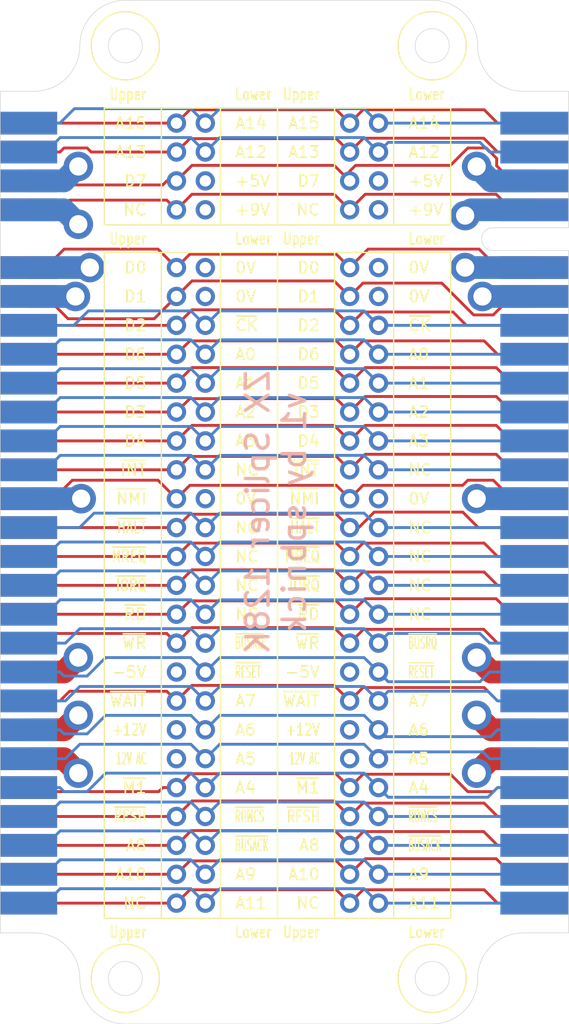
<source format=kicad_pcb>
(kicad_pcb (version 20171130) (host pcbnew 5.1.4+dfsg1-2)
  (layers (0 F.Cu signal) (1 In1.Cu power) (2 In2.Cu power) (31 B.Cu signal) (34 B.Paste user) (35 F.Paste user) (36 B.SilkS user) (37 F.SilkS user) (38 B.Mask user) (39 F.Mask user) (44 Edge.Cuts user))
  (net 0 "")
  (net 1 /+9V)
  (net 2 /NC0)
  (net 3 /+5V)
  (net 4 /D7)
  (net 5 /A12)
  (net 6 /A13)
  (net 7 /A14)
  (net 8 /A15)
  (net 9 /A11)
  (net 10 /NC6)
  (net 11 /A9)
  (net 12 /A10)
  (net 13 /~BUSACK)
  (net 14 /A8)
  (net 15 /~ROMCS)
  (net 16 /~RFSH)
  (net 17 /A4)
  (net 18 /~M1)
  (net 19 /A5)
  (net 20 /12V_AC)
  (net 21 /A6)
  (net 22 /+12V)
  (net 23 /A7)
  (net 24 /~WAIT)
  (net 25 /~RESET)
  (net 26 /-5V)
  (net 27 /~BUSRQ)
  (net 28 /~WR)
  (net 29 /NC5)
  (net 30 /~RD)
  (net 31 /NC4)
  (net 32 /~IORQ)
  (net 33 /NC3)
  (net 34 /~MREQ)
  (net 35 /NC2)
  (net 36 /~HALT)
  (net 37 /0V)
  (net 38 /~NMI)
  (net 39 /NC1)
  (net 40 /~INT)
  (net 41 /A3)
  (net 42 /D4)
  (net 43 /A2)
  (net 44 /D3)
  (net 45 /A1)
  (net 46 /D5)
  (net 47 /A0)
  (net 48 /D6)
  (net 49 /~CK)
  (net 50 /D2)
  (net 51 /D1)
  (net 52 /D0)
  (module zx_splicer:short_pin_socket (layer F.Cu) (at 78.74 50.8)
    (fp_text reference J5 hide)
    (fp_text value Conn_02x04_Row_Letter_First hide)
    (fp_text user Lower (at 5.08 10.16) (layer F.SilkS) (effects (font (size 1 0.75)) (justify left)))
    (fp_text user +5V (at 5.08 5.08) (layer F.SilkS) (effects (justify left)))
    (fp_text user A12 (at 5.08 2.54) (layer F.SilkS) (effects (justify left)))
    (fp_text user Upper (at -2.54 -2.54) (layer F.SilkS) (effects (font (size 1 0.75)) (justify right)))
    (fp_text user Upper (at -2.54 10.16) (layer F.SilkS) (effects (font (size 1 0.75)) (justify right)))
    (fp_text user A14 (at 5.08 0) (layer F.SilkS) (effects (justify left)))
    (fp_text user A15 (at -2.54 0) (layer F.SilkS) (effects (justify right)))
    (fp_text user NC (at -2.54 7.62) (layer F.SilkS) (effects (justify right)))
    (fp_text user Lower (at 5.08 -2.54) (layer F.SilkS) (effects (font (size 1 0.75)) (justify left)))
    (fp_text user +9V (at 5.08 7.62) (layer F.SilkS) (effects (justify left)))
    (fp_text user D7 (at -2.54 5.08) (layer F.SilkS) (effects (justify right)))
    (fp_text user A13 (at -2.54 2.54) (layer F.SilkS) (effects (justify right)))
    (pad b3 thru_hole oval (at 2.54 5.08) (size 1.2 1.2) (drill 1) (layers *.Cu *.Mask) (net 3 /+5V))
    (pad b3 smd oval (at 2.54 5.08) (size 1.7 1.7) (layers F&B.Cu *.Mask) (net 3 /+5V))
    (pad b2 smd oval (at 2.54 2.54) (size 1.7 1.7) (layers F&B.Cu *.Mask) (net 5 /A12))
    (pad b1 thru_hole oval (at 2.54 0 90) (size 1.2 1.2) (drill 1) (layers *.Cu *.Mask) (net 7 /A14))
    (pad a1 thru_hole oval (at 0 0) (size 1.2 1.2) (drill 1) (layers *.Cu *.Mask) (net 8 /A15))
    (pad a2 thru_hole oval (at 0 2.54) (size 1.2 1.2) (drill 1) (layers *.Cu *.Mask) (net 6 /A13))
    (pad b1 smd oval (at 2.54 0 90) (size 1.7 1.7) (layers F&B.Cu *.Mask) (net 7 /A14))
    (pad a4 thru_hole oval (at 0 7.62) (size 1.2 1.2) (drill 1) (layers *.Cu *.Mask) (net 2 /NC0))
    (pad b4 thru_hole oval (at 2.54 7.62) (size 1.2 1.2) (drill 1) (layers *.Cu *.Mask) (net 1 /+9V))
    (pad a4 smd oval (at 0 7.62) (size 1.7 1.7) (layers F&B.Cu *.Mask) (net 2 /NC0))
    (pad a3 thru_hole oval (at 0 5.08) (size 1.2 1.2) (drill 1) (layers *.Cu *.Mask) (net 4 /D7))
    (pad b4 smd oval (at 2.54 7.62) (size 1.7 1.7) (layers F&B.Cu *.Mask) (net 1 /+9V))
    (pad a1 smd oval (at 0 0) (size 1.7 1.7) (layers F&B.Cu *.Mask) (net 8 /A15))
    (pad b2 thru_hole oval (at 2.54 2.54) (size 1.2 1.2) (drill 1) (layers *.Cu *.Mask) (net 5 /A12))
    (pad a2 smd oval (at 0 2.54) (size 1.7 1.7) (layers F&B.Cu *.Mask) (net 6 /A13))
    (pad a3 smd oval (at 0 5.08) (size 1.7 1.7) (layers F&B.Cu *.Mask) (net 4 /D7))
  )
  (module zx_splicer:long_pin_header (layer F.Cu) (at 63.5 63.5)
    (fp_text reference J4 hide)
    (fp_text value Conn_02x23_Row_Letter_First hide)
    (fp_text user Upper (at -2.54 58.42) (layer F.SilkS) (effects (font (size 1 0.75)) (justify right)))
    (fp_text user Lower (at 5.08 58.42) (layer F.SilkS) (effects (font (size 1 0.75)) (justify left)))
    (fp_text user Lower (at 5.08 -2.54) (layer F.SilkS) (effects (font (size 1 0.75)) (justify left)))
    (fp_text user Upper (at -2.54 -2.54) (layer F.SilkS) (effects (font (size 1 0.75)) (justify right)))
    (fp_text user ~RD (at -2.54 30.48) (layer F.SilkS) (effects (justify right)))
    (fp_text user A4 (at 5.08 45.72) (layer F.SilkS) (effects (justify left)))
    (fp_text user ~MREQ (at -2.54 25.4) (layer F.SilkS) (effects (font (size 1 0.75)) (justify right)))
    (fp_text user A5 (at 5.08 43.18) (layer F.SilkS) (effects (justify left)))
    (fp_text user NC (at 5.08 27.94) (layer F.SilkS) (effects (justify left)))
    (fp_text user 0V (at 5.08 20.32) (layer F.SilkS) (effects (justify left)))
    (fp_text user D1 (at -2.54 2.54) (layer F.SilkS) (effects (justify right)))
    (fp_text user NC (at 5.08 25.4) (layer F.SilkS) (effects (justify left)))
    (fp_text user ~WR (at -2.54 33.02) (layer F.SilkS) (effects (justify right)))
    (fp_text user A8 (at -2.54 50.8) (layer F.SilkS) (effects (justify right)))
    (fp_text user D0 (at -2.54 0) (layer F.SilkS) (effects (justify right)))
    (fp_text user A0 (at 5.08 7.62) (layer F.SilkS) (effects (justify left)))
    (fp_text user D2 (at -2.54 5.08) (layer F.SilkS) (effects (justify right)))
    (fp_text user ~INT (at -2.54 17.78) (layer F.SilkS) (effects (justify right)))
    (fp_text user "12V AC" (at -2.54 43.18) (layer F.SilkS) (effects (font (size 1 0.5) (thickness 0.125)) (justify right)))
    (fp_text user ~BUSACK (at 5.08 50.8) (layer F.SilkS) (effects (font (size 1 0.5) (thickness 0.125)) (justify left)))
    (fp_text user A2 (at 5.08 12.7) (layer F.SilkS) (effects (justify left)))
    (fp_text user ~WAIT (at -2.54 38.1) (layer F.SilkS) (effects (justify right)))
    (fp_text user ~CK (at 5.08 5.08) (layer F.SilkS) (effects (justify left)))
    (fp_text user D4 (at -2.54 15.24) (layer F.SilkS) (effects (justify right)))
    (fp_text user A1 (at 5.08 10.16) (layer F.SilkS) (effects (justify left)))
    (fp_text user ~NMI (at -2.54 20.32) (layer F.SilkS) (effects (justify right)))
    (fp_text user ~ROMCS (at 5.08 48.26) (layer F.SilkS) (effects (font (size 1 0.5) (thickness 0.125)) (justify left)))
    (fp_text user A7 (at 5.08 38.1) (layer F.SilkS) (effects (justify left)))
    (fp_text user 0V (at 5.08 0) (layer F.SilkS) (effects (justify left)))
    (fp_text user ~BUSRQ (at 5.08 33.02) (layer F.SilkS) (effects (font (size 1 0.5) (thickness 0.125)) (justify left)))
    (fp_text user NC (at 5.08 22.86) (layer F.SilkS) (effects (justify left)))
    (fp_text user NC (at 5.08 30.48) (layer F.SilkS) (effects (justify left)))
    (fp_text user A6 (at 5.08 40.64) (layer F.SilkS) (effects (justify left)))
    (fp_text user D5 (at -2.54 10.16) (layer F.SilkS) (effects (justify right)))
    (fp_text user NC (at 5.08 17.78) (layer F.SilkS) (effects (justify left)))
    (fp_text user -5V (at -2.54 35.56) (layer F.SilkS) (effects (justify right)))
    (fp_text user NC (at -2.54 55.88) (layer F.SilkS) (effects (justify right)))
    (fp_text user A10 (at -2.54 53.34) (layer F.SilkS) (effects (justify right)))
    (fp_text user ~IORQ (at -2.54 27.94) (layer F.SilkS) (effects (font (size 1 0.75)) (justify right)))
    (fp_text user A11 (at 5.08 55.88) (layer F.SilkS) (effects (justify left)))
    (fp_text user D3 (at -2.54 12.7) (layer F.SilkS) (effects (justify right)))
    (fp_text user A9 (at 5.08 53.34) (layer F.SilkS) (effects (justify left)))
    (fp_text user ~HALT (at -2.54 22.86) (layer F.SilkS) (effects (font (size 1 0.75) (thickness 0.125)) (justify right)))
    (fp_text user A3 (at 5.08 15.24) (layer F.SilkS) (effects (justify left)))
    (fp_text user ~M1 (at -2.54 45.72) (layer F.SilkS) (effects (justify right)))
    (fp_text user ~RFSH (at -2.54 48.26) (layer F.SilkS) (effects (font (size 1 0.75)) (justify right)))
    (fp_text user +12V (at -2.54 40.64) (layer F.SilkS) (effects (font (size 1 0.75)) (justify right)))
    (fp_text user D6 (at -2.54 7.62) (layer F.SilkS) (effects (justify right)))
    (fp_text user 0V (at 5.08 2.54) (layer F.SilkS) (effects (justify left)))
    (fp_text user ~RESET (at 5.08 35.56) (layer F.SilkS) (effects (font (size 1 0.5) (thickness 0.125)) (justify left)))
    (pad a1 smd oval (at 0 0) (size 1.7 1.7) (layers F&B.Cu *.Mask) (net 52 /D0))
    (pad a2 smd oval (at 0 2.54) (size 1.7 1.7) (layers F&B.Cu *.Mask) (net 51 /D1))
    (pad a3 smd oval (at 0 5.08) (size 1.7 1.7) (layers F&B.Cu *.Mask) (net 50 /D2))
    (pad a4 smd oval (at 0 7.62) (size 1.7 1.7) (layers F&B.Cu *.Mask) (net 48 /D6))
    (pad a5 smd oval (at 0 10.16) (size 1.7 1.7) (layers F&B.Cu *.Mask) (net 46 /D5))
    (pad a6 smd oval (at 0 12.7) (size 1.7 1.7) (layers F&B.Cu *.Mask) (net 44 /D3))
    (pad a7 smd oval (at 0 15.24) (size 1.7 1.7) (layers F&B.Cu *.Mask) (net 42 /D4))
    (pad a8 smd oval (at 0 17.78) (size 1.7 1.7) (layers F&B.Cu *.Mask) (net 40 /~INT))
    (pad a9 smd oval (at 0 20.32) (size 1.7 1.7) (layers F&B.Cu *.Mask) (net 38 /~NMI))
    (pad a10 smd oval (at 0 22.86) (size 1.7 1.7) (layers F&B.Cu *.Mask) (net 36 /~HALT))
    (pad a11 smd oval (at 0 25.4) (size 1.7 1.7) (layers F&B.Cu *.Mask) (net 34 /~MREQ))
    (pad a12 smd oval (at 0 27.94) (size 1.7 1.7) (layers F&B.Cu *.Mask) (net 32 /~IORQ))
    (pad a13 smd oval (at 0 30.48) (size 1.7 1.7) (layers F&B.Cu *.Mask) (net 30 /~RD))
    (pad a14 smd oval (at 0 33.02) (size 1.7 1.7) (layers F&B.Cu *.Mask) (net 28 /~WR))
    (pad a15 smd oval (at 0 35.56) (size 1.7 1.7) (layers F&B.Cu *.Mask) (net 26 /-5V))
    (pad a16 smd oval (at 0 38.1) (size 1.7 1.7) (layers F&B.Cu *.Mask) (net 24 /~WAIT))
    (pad a17 smd oval (at 0 40.64) (size 1.7 1.7) (layers F&B.Cu *.Mask) (net 22 /+12V))
    (pad a18 smd oval (at 0 43.18) (size 1.7 1.7) (layers F&B.Cu *.Mask) (net 20 /12V_AC))
    (pad a19 smd oval (at 0 45.72) (size 1.7 1.7) (layers F&B.Cu *.Mask) (net 18 /~M1))
    (pad a20 smd oval (at 0 48.26) (size 1.7 1.7) (layers F&B.Cu *.Mask) (net 16 /~RFSH))
    (pad a21 smd oval (at 0 50.8) (size 1.7 1.7) (layers F&B.Cu *.Mask) (net 14 /A8))
    (pad a22 smd oval (at 0 53.34) (size 1.7 1.7) (layers F&B.Cu *.Mask) (net 12 /A10))
    (pad a23 smd oval (at 0 55.88) (size 1.7 1.7) (layers F&B.Cu *.Mask) (net 10 /NC6))
    (pad b1 smd oval (at 2.54 0 90) (size 1.7 1.7) (layers F&B.Cu *.Mask) (net 37 /0V))
    (pad b2 smd oval (at 2.54 2.54) (size 1.7 1.7) (layers F&B.Cu *.Mask) (net 37 /0V))
    (pad b3 smd oval (at 2.54 5.08) (size 1.7 1.7) (layers F&B.Cu *.Mask) (net 49 /~CK))
    (pad b4 smd oval (at 2.54 7.62) (size 1.7 1.7) (layers F&B.Cu *.Mask) (net 47 /A0))
    (pad b5 smd oval (at 2.54 10.16) (size 1.7 1.7) (layers F&B.Cu *.Mask) (net 45 /A1))
    (pad b6 smd oval (at 2.54 12.7) (size 1.7 1.7) (layers F&B.Cu *.Mask) (net 43 /A2))
    (pad b7 smd oval (at 2.54 15.24) (size 1.7 1.7) (layers F&B.Cu *.Mask) (net 41 /A3))
    (pad b8 smd oval (at 2.54 17.78) (size 1.7 1.7) (layers F&B.Cu *.Mask) (net 39 /NC1))
    (pad b9 smd oval (at 2.54 20.32) (size 1.7 1.7) (layers F&B.Cu *.Mask) (net 37 /0V))
    (pad b10 smd oval (at 2.54 22.86) (size 1.7 1.7) (layers F&B.Cu *.Mask) (net 35 /NC2))
    (pad b11 smd oval (at 2.54 25.4) (size 1.7 1.7) (layers F&B.Cu *.Mask) (net 33 /NC3))
    (pad b12 smd oval (at 2.54 27.94) (size 1.7 1.7) (layers F&B.Cu *.Mask) (net 31 /NC4))
    (pad b13 smd oval (at 2.54 30.48) (size 1.7 1.7) (layers F&B.Cu *.Mask) (net 29 /NC5))
    (pad b14 smd oval (at 2.54 33.02) (size 1.7 1.7) (layers F&B.Cu *.Mask) (net 27 /~BUSRQ))
    (pad b15 smd oval (at 2.54 35.56) (size 1.7 1.7) (layers F&B.Cu *.Mask) (net 25 /~RESET))
    (pad b16 smd oval (at 2.54 38.1) (size 1.7 1.7) (layers F&B.Cu *.Mask) (net 23 /A7))
    (pad b17 smd oval (at 2.54 40.64) (size 1.7 1.7) (layers F&B.Cu *.Mask) (net 21 /A6))
    (pad b18 smd oval (at 2.54 43.18) (size 1.7 1.7) (layers F&B.Cu *.Mask) (net 19 /A5))
    (pad b19 smd oval (at 2.54 45.72) (size 1.7 1.7) (layers F&B.Cu *.Mask) (net 17 /A4))
    (pad b20 smd oval (at 2.54 48.26) (size 1.7 1.7) (layers F&B.Cu *.Mask) (net 15 /~ROMCS))
    (pad b21 smd oval (at 2.54 50.8) (size 1.7 1.7) (layers F&B.Cu *.Mask) (net 13 /~BUSACK))
    (pad b22 smd oval (at 2.54 53.34) (size 1.7 1.7) (layers F&B.Cu *.Mask) (net 11 /A9))
    (pad b23 smd oval (at 2.54 55.88) (size 1.7 1.7) (layers F&B.Cu *.Mask) (net 9 /A11))
    (pad a1 thru_hole oval (at 0 0) (size 1.2 1.2) (drill 1) (layers *.Cu *.Mask) (net 52 /D0))
    (pad b1 thru_hole oval (at 2.54 0 90) (size 1.2 1.2) (drill 1) (layers *.Cu *.Mask) (net 37 /0V))
    (pad a2 thru_hole oval (at 0 2.54) (size 1.2 1.2) (drill 1) (layers *.Cu *.Mask) (net 51 /D1))
    (pad b2 thru_hole oval (at 2.54 2.54) (size 1.2 1.2) (drill 1) (layers *.Cu *.Mask) (net 37 /0V))
    (pad a3 thru_hole oval (at 0 5.08) (size 1.2 1.2) (drill 1) (layers *.Cu *.Mask) (net 50 /D2))
    (pad b3 thru_hole oval (at 2.54 5.08) (size 1.2 1.2) (drill 1) (layers *.Cu *.Mask) (net 49 /~CK))
    (pad a4 thru_hole oval (at 0 7.62) (size 1.2 1.2) (drill 1) (layers *.Cu *.Mask) (net 48 /D6))
    (pad b4 thru_hole oval (at 2.54 7.62) (size 1.2 1.2) (drill 1) (layers *.Cu *.Mask) (net 47 /A0))
    (pad a5 thru_hole oval (at 0 10.16) (size 1.2 1.2) (drill 1) (layers *.Cu *.Mask) (net 46 /D5))
    (pad b5 thru_hole oval (at 2.54 10.16) (size 1.2 1.2) (drill 1) (layers *.Cu *.Mask) (net 45 /A1))
    (pad a6 thru_hole oval (at 0 12.7) (size 1.2 1.2) (drill 1) (layers *.Cu *.Mask) (net 44 /D3))
    (pad b6 thru_hole oval (at 2.54 12.7) (size 1.2 1.2) (drill 1) (layers *.Cu *.Mask) (net 43 /A2))
    (pad a7 thru_hole oval (at 0 15.24) (size 1.2 1.2) (drill 1) (layers *.Cu *.Mask) (net 42 /D4))
    (pad b7 thru_hole oval (at 2.54 15.24) (size 1.2 1.2) (drill 1) (layers *.Cu *.Mask) (net 41 /A3))
    (pad a8 thru_hole oval (at 0 17.78) (size 1.2 1.2) (drill 1) (layers *.Cu *.Mask) (net 40 /~INT))
    (pad b8 thru_hole oval (at 2.54 17.78) (size 1.2 1.2) (drill 1) (layers *.Cu *.Mask) (net 39 /NC1))
    (pad a9 thru_hole oval (at 0 20.32) (size 1.2 1.2) (drill 1) (layers *.Cu *.Mask) (net 38 /~NMI))
    (pad b9 thru_hole oval (at 2.54 20.32) (size 1.2 1.2) (drill 1) (layers *.Cu *.Mask) (net 37 /0V))
    (pad a10 thru_hole oval (at 0 22.86) (size 1.2 1.2) (drill 1) (layers *.Cu *.Mask) (net 36 /~HALT))
    (pad b10 thru_hole oval (at 2.54 22.86) (size 1.2 1.2) (drill 1) (layers *.Cu *.Mask) (net 35 /NC2))
    (pad a11 thru_hole oval (at 0 25.4) (size 1.2 1.2) (drill 1) (layers *.Cu *.Mask) (net 34 /~MREQ))
    (pad b11 thru_hole oval (at 2.54 25.4) (size 1.2 1.2) (drill 1) (layers *.Cu *.Mask) (net 33 /NC3))
    (pad a12 thru_hole oval (at 0 27.94) (size 1.2 1.2) (drill 1) (layers *.Cu *.Mask) (net 32 /~IORQ))
    (pad b12 thru_hole oval (at 2.54 27.94) (size 1.2 1.2) (drill 1) (layers *.Cu *.Mask) (net 31 /NC4))
    (pad a13 thru_hole oval (at 0 30.48) (size 1.2 1.2) (drill 1) (layers *.Cu *.Mask) (net 30 /~RD))
    (pad b13 thru_hole oval (at 2.54 30.48) (size 1.2 1.2) (drill 1) (layers *.Cu *.Mask) (net 29 /NC5))
    (pad a14 thru_hole oval (at 0 33.02) (size 1.2 1.2) (drill 1) (layers *.Cu *.Mask) (net 28 /~WR))
    (pad b14 thru_hole oval (at 2.54 33.02) (size 1.2 1.2) (drill 1) (layers *.Cu *.Mask) (net 27 /~BUSRQ))
    (pad a15 thru_hole oval (at 0 35.56) (size 1.2 1.2) (drill 1) (layers *.Cu *.Mask) (net 26 /-5V))
    (pad b15 thru_hole oval (at 2.54 35.56) (size 1.2 1.2) (drill 1) (layers *.Cu *.Mask) (net 25 /~RESET))
    (pad a16 thru_hole oval (at 0 38.1) (size 1.2 1.2) (drill 1) (layers *.Cu *.Mask) (net 24 /~WAIT))
    (pad b16 thru_hole oval (at 2.54 38.1) (size 1.2 1.2) (drill 1) (layers *.Cu *.Mask) (net 23 /A7))
    (pad a17 thru_hole oval (at 0 40.64) (size 1.2 1.2) (drill 1) (layers *.Cu *.Mask) (net 22 /+12V))
    (pad b17 thru_hole oval (at 2.54 40.64) (size 1.2 1.2) (drill 1) (layers *.Cu *.Mask) (net 21 /A6))
    (pad a18 thru_hole oval (at 0 43.18) (size 1.2 1.2) (drill 1) (layers *.Cu *.Mask) (net 20 /12V_AC))
    (pad b18 thru_hole oval (at 2.54 43.18) (size 1.2 1.2) (drill 1) (layers *.Cu *.Mask) (net 19 /A5))
    (pad a19 thru_hole oval (at 0 45.72) (size 1.2 1.2) (drill 1) (layers *.Cu *.Mask) (net 18 /~M1))
    (pad b19 thru_hole oval (at 2.54 45.72) (size 1.2 1.2) (drill 1) (layers *.Cu *.Mask) (net 17 /A4))
    (pad a20 thru_hole oval (at 0 48.26) (size 1.2 1.2) (drill 1) (layers *.Cu *.Mask) (net 16 /~RFSH))
    (pad b20 thru_hole oval (at 2.54 48.26) (size 1.2 1.2) (drill 1) (layers *.Cu *.Mask) (net 15 /~ROMCS))
    (pad a21 thru_hole oval (at 0 50.8) (size 1.2 1.2) (drill 1) (layers *.Cu *.Mask) (net 14 /A8))
    (pad b21 thru_hole oval (at 2.54 50.8) (size 1.2 1.2) (drill 1) (layers *.Cu *.Mask) (net 13 /~BUSACK))
    (pad a22 thru_hole oval (at 0 53.34) (size 1.2 1.2) (drill 1) (layers *.Cu *.Mask) (net 12 /A10))
    (pad b22 thru_hole oval (at 2.54 53.34) (size 1.2 1.2) (drill 1) (layers *.Cu *.Mask) (net 11 /A9))
    (pad a23 thru_hole oval (at 0 55.88) (size 1.2 1.2) (drill 1) (layers *.Cu *.Mask) (net 10 /NC6))
    (pad b23 thru_hole oval (at 2.54 55.88) (size 1.2 1.2) (drill 1) (layers *.Cu *.Mask) (net 9 /A11))
  )
  (module zx_splicer:long_pin_socket (layer F.Cu) (at 78.74 63.5)
    (fp_text reference J6 hide)
    (fp_text value Conn_02x23_Row_Letter_First hide)
    (fp_text user D2 (at -2.54 5.08) (layer F.SilkS) (effects (justify right)))
    (fp_text user ~RD (at -2.54 30.48) (layer F.SilkS) (effects (justify right)))
    (fp_text user NC (at 5.08 25.4) (layer F.SilkS) (effects (justify left)))
    (fp_text user ~RESET (at 5.08 35.56) (layer F.SilkS) (effects (font (size 1 0.5) (thickness 0.125)) (justify left)))
    (fp_text user ~HALT (at -2.54 22.86) (layer F.SilkS) (effects (font (size 1 0.75) (thickness 0.125)) (justify right)))
    (fp_text user A3 (at 5.08 15.24) (layer F.SilkS) (effects (justify left)))
    (fp_text user Upper (at -2.54 58.42) (layer F.SilkS) (effects (font (size 1 0.75)) (justify right)))
    (fp_text user ~M1 (at -2.54 45.72) (layer F.SilkS) (effects (justify right)))
    (fp_text user 0V (at 5.08 20.32) (layer F.SilkS) (effects (justify left)))
    (fp_text user ~RFSH (at -2.54 48.26) (layer F.SilkS) (effects (font (size 1 0.75)) (justify right)))
    (fp_text user +12V (at -2.54 40.64) (layer F.SilkS) (effects (font (size 1 0.75)) (justify right)))
    (fp_text user D6 (at -2.54 7.62) (layer F.SilkS) (effects (justify right)))
    (fp_text user D1 (at -2.54 2.54) (layer F.SilkS) (effects (justify right)))
    (fp_text user A8 (at -2.54 50.8) (layer F.SilkS) (effects (justify right)))
    (fp_text user NC (at 5.08 27.94) (layer F.SilkS) (effects (justify left)))
    (fp_text user ~INT (at -2.54 17.78) (layer F.SilkS) (effects (justify right)))
    (fp_text user 0V (at 5.08 2.54) (layer F.SilkS) (effects (justify left)))
    (fp_text user A9 (at 5.08 53.34) (layer F.SilkS) (effects (justify left)))
    (fp_text user NC (at 5.08 17.78) (layer F.SilkS) (effects (justify left)))
    (fp_text user A4 (at 5.08 45.72) (layer F.SilkS) (effects (justify left)))
    (fp_text user -5V (at -2.54 35.56) (layer F.SilkS) (effects (justify right)))
    (fp_text user NC (at -2.54 55.88) (layer F.SilkS) (effects (justify right)))
    (fp_text user A10 (at -2.54 53.34) (layer F.SilkS) (effects (justify right)))
    (fp_text user Lower (at 5.08 -2.54) (layer F.SilkS) (effects (font (size 1 0.75)) (justify left)))
    (fp_text user ~IORQ (at -2.54 27.94) (layer F.SilkS) (effects (font (size 1 0.75)) (justify right)))
    (fp_text user A11 (at 5.08 55.88) (layer F.SilkS) (effects (justify left)))
    (fp_text user A0 (at 5.08 7.62) (layer F.SilkS) (effects (justify left)))
    (fp_text user D3 (at -2.54 12.7) (layer F.SilkS) (effects (justify right)))
    (fp_text user D5 (at -2.54 10.16) (layer F.SilkS) (effects (justify right)))
    (fp_text user ~ROMCS (at 5.08 48.26) (layer F.SilkS) (effects (font (size 1 0.5) (thickness 0.125)) (justify left)))
    (fp_text user A7 (at 5.08 38.1) (layer F.SilkS) (effects (justify left)))
    (fp_text user 0V (at 5.08 0) (layer F.SilkS) (effects (justify left)))
    (fp_text user ~BUSRQ (at 5.08 33.02) (layer F.SilkS) (effects (font (size 1 0.5) (thickness 0.125)) (justify left)))
    (fp_text user NC (at 5.08 22.86) (layer F.SilkS) (effects (justify left)))
    (fp_text user ~WR (at -2.54 33.02) (layer F.SilkS) (effects (justify right)))
    (fp_text user NC (at 5.08 30.48) (layer F.SilkS) (effects (justify left)))
    (fp_text user A6 (at 5.08 40.64) (layer F.SilkS) (effects (justify left)))
    (fp_text user ~NMI (at -2.54 20.32) (layer F.SilkS) (effects (justify right)))
    (fp_text user D0 (at -2.54 0) (layer F.SilkS) (effects (justify right)))
    (fp_text user A5 (at 5.08 43.18) (layer F.SilkS) (effects (justify left)))
    (fp_text user Upper (at -2.54 -2.54) (layer F.SilkS) (effects (font (size 1 0.75)) (justify right)))
    (fp_text user ~MREQ (at -2.54 25.4) (layer F.SilkS) (effects (font (size 1 0.75)) (justify right)))
    (fp_text user "12V AC" (at -2.54 43.18) (layer F.SilkS) (effects (font (size 1 0.5) (thickness 0.125)) (justify right)))
    (fp_text user ~BUSACK (at 5.08 50.8) (layer F.SilkS) (effects (font (size 1 0.5) (thickness 0.125)) (justify left)))
    (fp_text user A2 (at 5.08 12.7) (layer F.SilkS) (effects (justify left)))
    (fp_text user Lower (at 5.08 58.42) (layer F.SilkS) (effects (font (size 1 0.75)) (justify left)))
    (fp_text user ~WAIT (at -2.54 38.1) (layer F.SilkS) (effects (justify right)))
    (fp_text user A1 (at 5.08 10.16) (layer F.SilkS) (effects (justify left)))
    (fp_text user ~CK (at 5.08 5.08) (layer F.SilkS) (effects (justify left)))
    (fp_text user D4 (at -2.54 15.24) (layer F.SilkS) (effects (justify right)))
    (pad a22 smd oval (at 0 53.34) (size 1.7 1.7) (layers F&B.Cu *.Mask) (net 12 /A10))
    (pad b20 thru_hole oval (at 2.54 48.26) (size 1.2 1.2) (drill 1) (layers *.Cu *.Mask) (net 15 /~ROMCS))
    (pad a9 smd oval (at 0 20.32) (size 1.7 1.7) (layers F&B.Cu *.Mask) (net 38 /~NMI))
    (pad a10 smd oval (at 0 22.86) (size 1.7 1.7) (layers F&B.Cu *.Mask) (net 36 /~HALT))
    (pad a23 thru_hole oval (at 0 55.88) (size 1.2 1.2) (drill 1) (layers *.Cu *.Mask) (net 10 /NC6))
    (pad a18 smd oval (at 0 43.18) (size 1.7 1.7) (layers F&B.Cu *.Mask) (net 20 /12V_AC))
    (pad b14 smd oval (at 2.54 33.02) (size 1.7 1.7) (layers F&B.Cu *.Mask) (net 27 /~BUSRQ))
    (pad b13 smd oval (at 2.54 30.48) (size 1.7 1.7) (layers F&B.Cu *.Mask) (net 29 /NC5))
    (pad a11 thru_hole oval (at 0 25.4) (size 1.2 1.2) (drill 1) (layers *.Cu *.Mask) (net 34 /~MREQ))
    (pad b7 thru_hole oval (at 2.54 15.24) (size 1.2 1.2) (drill 1) (layers *.Cu *.Mask) (net 41 /A3))
    (pad a9 thru_hole oval (at 0 20.32) (size 1.2 1.2) (drill 1) (layers *.Cu *.Mask) (net 38 /~NMI))
    (pad a5 thru_hole oval (at 0 10.16) (size 1.2 1.2) (drill 1) (layers *.Cu *.Mask) (net 46 /D5))
    (pad a14 thru_hole oval (at 0 33.02) (size 1.2 1.2) (drill 1) (layers *.Cu *.Mask) (net 28 /~WR))
    (pad b6 thru_hole oval (at 2.54 12.7) (size 1.2 1.2) (drill 1) (layers *.Cu *.Mask) (net 43 /A2))
    (pad b18 thru_hole oval (at 2.54 43.18) (size 1.2 1.2) (drill 1) (layers *.Cu *.Mask) (net 19 /A5))
    (pad a1 smd oval (at 0 0) (size 1.7 1.7) (layers F&B.Cu *.Mask) (net 52 /D0))
    (pad b2 thru_hole oval (at 2.54 2.54) (size 1.2 1.2) (drill 1) (layers *.Cu *.Mask) (net 37 /0V))
    (pad b18 smd oval (at 2.54 43.18) (size 1.7 1.7) (layers F&B.Cu *.Mask) (net 19 /A5))
    (pad b17 thru_hole oval (at 2.54 40.64) (size 1.2 1.2) (drill 1) (layers *.Cu *.Mask) (net 21 /A6))
    (pad a10 thru_hole oval (at 0 22.86) (size 1.2 1.2) (drill 1) (layers *.Cu *.Mask) (net 36 /~HALT))
    (pad b6 smd oval (at 2.54 12.7) (size 1.7 1.7) (layers F&B.Cu *.Mask) (net 43 /A2))
    (pad a12 thru_hole oval (at 0 27.94) (size 1.2 1.2) (drill 1) (layers *.Cu *.Mask) (net 32 /~IORQ))
    (pad a3 smd oval (at 0 5.08) (size 1.7 1.7) (layers F&B.Cu *.Mask) (net 50 /D2))
    (pad b9 thru_hole oval (at 2.54 20.32) (size 1.2 1.2) (drill 1) (layers *.Cu *.Mask) (net 37 /0V))
    (pad b15 smd oval (at 2.54 35.56) (size 1.7 1.7) (layers F&B.Cu *.Mask) (net 25 /~RESET))
    (pad a13 smd oval (at 0 30.48) (size 1.7 1.7) (layers F&B.Cu *.Mask) (net 30 /~RD))
    (pad a5 smd oval (at 0 10.16) (size 1.7 1.7) (layers F&B.Cu *.Mask) (net 46 /D5))
    (pad b7 smd oval (at 2.54 15.24) (size 1.7 1.7) (layers F&B.Cu *.Mask) (net 41 /A3))
    (pad a7 thru_hole oval (at 0 15.24) (size 1.2 1.2) (drill 1) (layers *.Cu *.Mask) (net 42 /D4))
    (pad b20 smd oval (at 2.54 48.26) (size 1.7 1.7) (layers F&B.Cu *.Mask) (net 15 /~ROMCS))
    (pad b5 thru_hole oval (at 2.54 10.16) (size 1.2 1.2) (drill 1) (layers *.Cu *.Mask) (net 45 /A1))
    (pad a21 smd oval (at 0 50.8) (size 1.7 1.7) (layers F&B.Cu *.Mask) (net 14 /A8))
    (pad b1 smd oval (at 2.54 0 90) (size 1.7 1.7) (layers F&B.Cu *.Mask) (net 37 /0V))
    (pad b12 thru_hole oval (at 2.54 27.94) (size 1.2 1.2) (drill 1) (layers *.Cu *.Mask) (net 31 /NC4))
    (pad b11 smd oval (at 2.54 25.4) (size 1.7 1.7) (layers F&B.Cu *.Mask) (net 33 /NC3))
    (pad a15 thru_hole oval (at 0 35.56) (size 1.2 1.2) (drill 1) (layers *.Cu *.Mask) (net 26 /-5V))
    (pad b4 smd oval (at 2.54 7.62) (size 1.7 1.7) (layers F&B.Cu *.Mask) (net 47 /A0))
    (pad a4 thru_hole oval (at 0 7.62) (size 1.2 1.2) (drill 1) (layers *.Cu *.Mask) (net 48 /D6))
    (pad a16 thru_hole oval (at 0 38.1) (size 1.2 1.2) (drill 1) (layers *.Cu *.Mask) (net 24 /~WAIT))
    (pad a6 thru_hole oval (at 0 12.7) (size 1.2 1.2) (drill 1) (layers *.Cu *.Mask) (net 44 /D3))
    (pad a7 smd oval (at 0 15.24) (size 1.7 1.7) (layers F&B.Cu *.Mask) (net 42 /D4))
    (pad b14 thru_hole oval (at 2.54 33.02) (size 1.2 1.2) (drill 1) (layers *.Cu *.Mask) (net 27 /~BUSRQ))
    (pad b16 smd oval (at 2.54 38.1) (size 1.7 1.7) (layers F&B.Cu *.Mask) (net 23 /A7))
    (pad a12 smd oval (at 0 27.94) (size 1.7 1.7) (layers F&B.Cu *.Mask) (net 32 /~IORQ))
    (pad a11 smd oval (at 0 25.4) (size 1.7 1.7) (layers F&B.Cu *.Mask) (net 34 /~MREQ))
    (pad a8 thru_hole oval (at 0 17.78) (size 1.2 1.2) (drill 1) (layers *.Cu *.Mask) (net 40 /~INT))
    (pad a16 smd oval (at 0 38.1) (size 1.7 1.7) (layers F&B.Cu *.Mask) (net 24 /~WAIT))
    (pad b23 thru_hole oval (at 2.54 55.88) (size 1.2 1.2) (drill 1) (layers *.Cu *.Mask) (net 9 /A11))
    (pad a20 smd oval (at 0 48.26) (size 1.7 1.7) (layers F&B.Cu *.Mask) (net 16 /~RFSH))
    (pad b22 smd oval (at 2.54 53.34) (size 1.7 1.7) (layers F&B.Cu *.Mask) (net 11 /A9))
    (pad a4 smd oval (at 0 7.62) (size 1.7 1.7) (layers F&B.Cu *.Mask) (net 48 /D6))
    (pad a20 thru_hole oval (at 0 48.26) (size 1.2 1.2) (drill 1) (layers *.Cu *.Mask) (net 16 /~RFSH))
    (pad b19 smd oval (at 2.54 45.72) (size 1.7 1.7) (layers F&B.Cu *.Mask) (net 17 /A4))
    (pad b2 smd oval (at 2.54 2.54) (size 1.7 1.7) (layers F&B.Cu *.Mask) (net 37 /0V))
    (pad b8 thru_hole oval (at 2.54 17.78) (size 1.2 1.2) (drill 1) (layers *.Cu *.Mask) (net 39 /NC1))
    (pad a19 thru_hole oval (at 0 45.72) (size 1.2 1.2) (drill 1) (layers *.Cu *.Mask) (net 18 /~M1))
    (pad b8 smd oval (at 2.54 17.78) (size 1.7 1.7) (layers F&B.Cu *.Mask) (net 39 /NC1))
    (pad b11 thru_hole oval (at 2.54 25.4) (size 1.2 1.2) (drill 1) (layers *.Cu *.Mask) (net 33 /NC3))
    (pad a18 thru_hole oval (at 0 43.18) (size 1.2 1.2) (drill 1) (layers *.Cu *.Mask) (net 20 /12V_AC))
    (pad b21 thru_hole oval (at 2.54 50.8) (size 1.2 1.2) (drill 1) (layers *.Cu *.Mask) (net 13 /~BUSACK))
    (pad a3 thru_hole oval (at 0 5.08) (size 1.2 1.2) (drill 1) (layers *.Cu *.Mask) (net 50 /D2))
    (pad a17 thru_hole oval (at 0 40.64) (size 1.2 1.2) (drill 1) (layers *.Cu *.Mask) (net 22 /+12V))
    (pad b4 thru_hole oval (at 2.54 7.62) (size 1.2 1.2) (drill 1) (layers *.Cu *.Mask) (net 47 /A0))
    (pad a21 thru_hole oval (at 0 50.8) (size 1.2 1.2) (drill 1) (layers *.Cu *.Mask) (net 14 /A8))
    (pad b9 smd oval (at 2.54 20.32) (size 1.7 1.7) (layers F&B.Cu *.Mask) (net 37 /0V))
    (pad b16 thru_hole oval (at 2.54 38.1) (size 1.2 1.2) (drill 1) (layers *.Cu *.Mask) (net 23 /A7))
    (pad b21 smd oval (at 2.54 50.8) (size 1.7 1.7) (layers F&B.Cu *.Mask) (net 13 /~BUSACK))
    (pad b22 thru_hole oval (at 2.54 53.34) (size 1.2 1.2) (drill 1) (layers *.Cu *.Mask) (net 11 /A9))
    (pad b17 smd oval (at 2.54 40.64) (size 1.7 1.7) (layers F&B.Cu *.Mask) (net 21 /A6))
    (pad a23 smd oval (at 0 55.88) (size 1.7 1.7) (layers F&B.Cu *.Mask) (net 10 /NC6))
    (pad a2 smd oval (at 0 2.54) (size 1.7 1.7) (layers F&B.Cu *.Mask) (net 51 /D1))
    (pad b10 smd oval (at 2.54 22.86) (size 1.7 1.7) (layers F&B.Cu *.Mask) (net 35 /NC2))
    (pad b13 thru_hole oval (at 2.54 30.48) (size 1.2 1.2) (drill 1) (layers *.Cu *.Mask) (net 29 /NC5))
    (pad b1 thru_hole oval (at 2.54 0 90) (size 1.2 1.2) (drill 1) (layers *.Cu *.Mask) (net 37 /0V))
    (pad b3 thru_hole oval (at 2.54 5.08) (size 1.2 1.2) (drill 1) (layers *.Cu *.Mask) (net 49 /~CK))
    (pad a22 thru_hole oval (at 0 53.34) (size 1.2 1.2) (drill 1) (layers *.Cu *.Mask) (net 12 /A10))
    (pad a13 thru_hole oval (at 0 30.48) (size 1.2 1.2) (drill 1) (layers *.Cu *.Mask) (net 30 /~RD))
    (pad b5 smd oval (at 2.54 10.16) (size 1.7 1.7) (layers F&B.Cu *.Mask) (net 45 /A1))
    (pad b3 smd oval (at 2.54 5.08) (size 1.7 1.7) (layers F&B.Cu *.Mask) (net 49 /~CK))
    (pad b12 smd oval (at 2.54 27.94) (size 1.7 1.7) (layers F&B.Cu *.Mask) (net 31 /NC4))
    (pad b15 thru_hole oval (at 2.54 35.56) (size 1.2 1.2) (drill 1) (layers *.Cu *.Mask) (net 25 /~RESET))
    (pad a17 smd oval (at 0 40.64) (size 1.7 1.7) (layers F&B.Cu *.Mask) (net 22 /+12V))
    (pad a15 smd oval (at 0 35.56) (size 1.7 1.7) (layers F&B.Cu *.Mask) (net 26 /-5V))
    (pad a1 thru_hole oval (at 0 0) (size 1.2 1.2) (drill 1) (layers *.Cu *.Mask) (net 52 /D0))
    (pad a8 smd oval (at 0 17.78) (size 1.7 1.7) (layers F&B.Cu *.Mask) (net 40 /~INT))
    (pad a19 smd oval (at 0 45.72) (size 1.7 1.7) (layers F&B.Cu *.Mask) (net 18 /~M1))
    (pad a2 thru_hole oval (at 0 2.54) (size 1.2 1.2) (drill 1) (layers *.Cu *.Mask) (net 51 /D1))
    (pad a14 smd oval (at 0 33.02) (size 1.7 1.7) (layers F&B.Cu *.Mask) (net 28 /~WR))
    (pad b23 smd oval (at 2.54 55.88) (size 1.7 1.7) (layers F&B.Cu *.Mask) (net 9 /A11))
    (pad b19 thru_hole oval (at 2.54 45.72) (size 1.2 1.2) (drill 1) (layers *.Cu *.Mask) (net 17 /A4))
    (pad b10 thru_hole oval (at 2.54 22.86) (size 1.2 1.2) (drill 1) (layers *.Cu *.Mask) (net 35 /NC2))
    (pad a6 smd oval (at 0 12.7) (size 1.7 1.7) (layers F&B.Cu *.Mask) (net 44 /D3))
  )
  (module zx_splicer:long_board_edge (layer F.Cu) (at 94.999999 63.5)
    (fp_text reference J8 hide)
    (fp_text value Conn_02x23_Row_Letter_First hide)
    (pad a1 connect rect (at 0 0) (size 6 2) (layers F.Cu F.Mask) (net 52 /D0))
    (pad a2 connect rect (at 0 2.54) (size 6 2) (layers F.Cu F.Mask) (net 51 /D1))
    (pad a3 connect rect (at 0 5.08) (size 6 2) (layers F.Cu F.Mask) (net 50 /D2))
    (pad a4 connect rect (at 0 7.62) (size 6 2) (layers F.Cu F.Mask) (net 48 /D6))
    (pad b1 connect rect (at 0 0) (size 6 2) (layers B.Cu B.Mask) (net 37 /0V))
    (pad b2 connect rect (at 0 2.54) (size 6 2) (layers B.Cu B.Mask) (net 37 /0V))
    (pad b3 connect rect (at 0 5.08) (size 6 2) (layers B.Cu B.Mask) (net 49 /~CK))
    (pad b4 connect rect (at 0 7.62) (size 6 2) (layers B.Cu B.Mask) (net 47 /A0))
    (pad b5 connect rect (at 0 10.16) (size 6 2) (layers B.Cu B.Mask) (net 45 /A1))
    (pad b6 connect rect (at 0 12.7) (size 6 2) (layers B.Cu B.Mask) (net 43 /A2))
    (pad b7 connect rect (at 0 15.24) (size 6 2) (layers B.Cu B.Mask) (net 41 /A3))
    (pad b8 connect rect (at 0 17.78) (size 6 2) (layers B.Cu B.Mask) (net 39 /NC1))
    (pad b9 connect rect (at 0 20.32) (size 6 2) (layers B.Cu B.Mask) (net 37 /0V))
    (pad b10 connect rect (at 0 22.86) (size 6 2) (layers B.Cu B.Mask) (net 35 /NC2))
    (pad b11 connect rect (at 0 25.4) (size 6 2) (layers B.Cu B.Mask) (net 33 /NC3))
    (pad b12 connect rect (at 0 27.94) (size 6 2) (layers B.Cu B.Mask) (net 31 /NC4))
    (pad b13 connect rect (at 0 30.48) (size 6 2) (layers B.Cu B.Mask) (net 29 /NC5))
    (pad b14 connect rect (at 0 33.02) (size 6 2) (layers B.Cu B.Mask) (net 27 /~BUSRQ))
    (pad b15 connect rect (at 0 35.56) (size 6 2) (layers B.Cu B.Mask) (net 25 /~RESET))
    (pad b16 connect rect (at 0 38.1) (size 6 2) (layers B.Cu B.Mask) (net 23 /A7))
    (pad b17 connect rect (at 0 40.64) (size 6 2) (layers B.Cu B.Mask) (net 21 /A6))
    (pad b18 connect rect (at 0 43.18) (size 6 2) (layers B.Cu B.Mask) (net 19 /A5))
    (pad b19 connect rect (at 0 45.72) (size 6 2) (layers B.Cu B.Mask) (net 17 /A4))
    (pad b20 connect rect (at 0 48.26) (size 6 2) (layers B.Cu B.Mask) (net 15 /~ROMCS))
    (pad b21 connect rect (at 0 50.8) (size 6 2) (layers B.Cu B.Mask) (net 13 /~BUSACK))
    (pad b22 connect rect (at 0 53.34) (size 6 2) (layers B.Cu B.Mask) (net 11 /A9))
    (pad b23 connect rect (at 0 55.88) (size 6 2) (layers B.Cu B.Mask) (net 9 /A11))
    (pad a5 connect rect (at 0 10.16) (size 6 2) (layers F.Cu F.Mask) (net 46 /D5))
    (pad a6 connect rect (at 0 12.7) (size 6 2) (layers F.Cu F.Mask) (net 44 /D3))
    (pad a7 connect rect (at 0 15.24) (size 6 2) (layers F.Cu F.Mask) (net 42 /D4))
    (pad a8 connect rect (at 0 17.78) (size 6 2) (layers F.Cu F.Mask) (net 40 /~INT))
    (pad a9 connect rect (at 0 20.32) (size 6 2) (layers F.Cu F.Mask) (net 38 /~NMI))
    (pad a10 connect rect (at 0 22.86) (size 6 2) (layers F.Cu F.Mask) (net 36 /~HALT))
    (pad a11 connect rect (at 0 25.4) (size 6 2) (layers F.Cu F.Mask) (net 34 /~MREQ))
    (pad a12 connect rect (at 0 27.94) (size 6 2) (layers F.Cu F.Mask) (net 32 /~IORQ))
    (pad a13 connect rect (at 0 30.48) (size 6 2) (layers F.Cu F.Mask) (net 30 /~RD))
    (pad a14 connect rect (at 0 33.02) (size 6 2) (layers F.Cu F.Mask) (net 28 /~WR))
    (pad a15 connect rect (at 0 35.56) (size 6 2) (layers F.Cu F.Mask) (net 26 /-5V))
    (pad a16 connect rect (at 0 38.1) (size 6 2) (layers F.Cu F.Mask) (net 24 /~WAIT))
    (pad a17 connect rect (at 0 40.64) (size 6 2) (layers F.Cu F.Mask) (net 22 /+12V))
    (pad a18 connect rect (at 0 43.18) (size 6 2) (layers F.Cu F.Mask) (net 20 /12V_AC))
    (pad a19 connect rect (at 0 45.72) (size 6 2) (layers F.Cu F.Mask) (net 18 /~M1))
    (pad a20 connect rect (at 0 48.26) (size 6 2) (layers F.Cu F.Mask) (net 16 /~RFSH))
    (pad a21 connect rect (at 0 50.8) (size 6 2) (layers F.Cu F.Mask) (net 14 /A8))
    (pad a22 connect rect (at 0 53.34) (size 6 2) (layers F.Cu F.Mask) (net 12 /A10))
    (pad a23 connect rect (at 0 55.88) (size 6 2) (layers F.Cu F.Mask) (net 10 /NC6))
  )
  (module zx_splicer:short_board_edge (layer F.Cu) (at 95 50.8)
    (fp_text reference J7 hide)
    (fp_text value Conn_02x04_Row_Letter_First hide)
    (pad a1 connect rect (at 0 0) (size 6 2) (layers F.Cu F.Mask) (net 8 /A15))
    (pad a2 connect rect (at 0 2.54) (size 6 2) (layers F.Cu F.Mask) (net 6 /A13))
    (pad a3 connect rect (at 0 5.08) (size 6 2) (layers F.Cu F.Mask) (net 4 /D7))
    (pad a4 connect rect (at 0 7.62) (size 6 2) (layers F.Cu F.Mask) (net 2 /NC0))
    (pad b1 connect rect (at 0 0) (size 6 2) (layers B.Cu B.Mask) (net 7 /A14))
    (pad b2 connect rect (at 0 2.54) (size 6 2) (layers B.Cu B.Mask) (net 5 /A12))
    (pad b3 connect rect (at 0 5.08) (size 6 2) (layers B.Cu B.Mask) (net 3 /+5V))
    (pad b4 connect rect (at 0 7.62) (size 6 2) (layers B.Cu B.Mask) (net 1 /+9V))
  )
  (module zx_splicer:long_board_socket (layer F.Cu) (at 50.5 63.5)
    (fp_text reference J2 hide)
    (fp_text value Conn_02x23_Row_Letter_First hide)
    (pad a23 connect rect (at 0 55.88) (size 5 2) (layers F.Cu F.Mask) (net 10 /NC6))
    (pad a22 connect rect (at 0 53.34) (size 5 2) (layers F.Cu F.Mask) (net 12 /A10))
    (pad a21 connect rect (at 0 50.8) (size 5 2) (layers F.Cu F.Mask) (net 14 /A8))
    (pad a20 connect rect (at 0 48.26) (size 5 2) (layers F.Cu F.Mask) (net 16 /~RFSH))
    (pad a19 connect rect (at 0 45.72) (size 5 2) (layers F.Cu F.Mask) (net 18 /~M1))
    (pad a18 connect rect (at 0 43.18) (size 5 2) (layers F.Cu F.Mask) (net 20 /12V_AC))
    (pad a17 connect rect (at 0 40.64) (size 5 2) (layers F.Cu F.Mask) (net 22 /+12V))
    (pad a16 connect rect (at 0 38.1) (size 5 2) (layers F.Cu F.Mask) (net 24 /~WAIT))
    (pad a15 connect rect (at 0 35.56) (size 5 2) (layers F.Cu F.Mask) (net 26 /-5V))
    (pad a14 connect rect (at 0 33.02) (size 5 2) (layers F.Cu F.Mask) (net 28 /~WR))
    (pad a13 connect rect (at 0 30.48) (size 5 2) (layers F.Cu F.Mask) (net 30 /~RD))
    (pad a12 connect rect (at 0 27.94) (size 5 2) (layers F.Cu F.Mask) (net 32 /~IORQ))
    (pad a11 connect rect (at 0 25.4) (size 5 2) (layers F.Cu F.Mask) (net 34 /~MREQ))
    (pad a10 connect rect (at 0 22.86) (size 5 2) (layers F.Cu F.Mask) (net 36 /~HALT))
    (pad a9 connect rect (at 0 20.32) (size 5 2) (layers F.Cu F.Mask) (net 38 /~NMI))
    (pad a8 connect rect (at 0 17.78) (size 5 2) (layers F.Cu F.Mask) (net 40 /~INT))
    (pad a7 connect rect (at 0 15.24) (size 5 2) (layers F.Cu F.Mask) (net 42 /D4))
    (pad a6 connect rect (at 0 12.7) (size 5 2) (layers F.Cu F.Mask) (net 44 /D3))
    (pad a5 connect rect (at 0 10.16) (size 5 2) (layers F.Cu F.Mask) (net 46 /D5))
    (pad b23 connect rect (at 0 55.88) (size 5 2) (layers B.Cu B.Mask) (net 9 /A11))
    (pad b22 connect rect (at 0 53.34) (size 5 2) (layers B.Cu B.Mask) (net 11 /A9))
    (pad b21 connect rect (at 0 50.8) (size 5 2) (layers B.Cu B.Mask) (net 13 /~BUSACK))
    (pad b20 connect rect (at 0 48.26) (size 5 2) (layers B.Cu B.Mask) (net 15 /~ROMCS))
    (pad b19 connect rect (at 0 45.72) (size 5 2) (layers B.Cu B.Mask) (net 17 /A4))
    (pad b18 connect rect (at 0 43.18) (size 5 2) (layers B.Cu B.Mask) (net 19 /A5))
    (pad b17 connect rect (at 0 40.64) (size 5 2) (layers B.Cu B.Mask) (net 21 /A6))
    (pad b16 connect rect (at 0 38.1) (size 5 2) (layers B.Cu B.Mask) (net 23 /A7))
    (pad b15 connect rect (at 0 35.56) (size 5 2) (layers B.Cu B.Mask) (net 25 /~RESET))
    (pad b14 connect rect (at 0 33.02) (size 5 2) (layers B.Cu B.Mask) (net 27 /~BUSRQ))
    (pad b13 connect rect (at 0 30.48) (size 5 2) (layers B.Cu B.Mask) (net 29 /NC5))
    (pad b12 connect rect (at 0 27.94) (size 5 2) (layers B.Cu B.Mask) (net 31 /NC4))
    (pad b11 connect rect (at 0 25.4) (size 5 2) (layers B.Cu B.Mask) (net 33 /NC3))
    (pad b10 connect rect (at 0 22.86) (size 5 2) (layers B.Cu B.Mask) (net 35 /NC2))
    (pad b9 connect rect (at 0 20.32) (size 5 2) (layers B.Cu B.Mask) (net 37 /0V))
    (pad b8 connect rect (at 0 17.78) (size 5 2) (layers B.Cu B.Mask) (net 39 /NC1))
    (pad b7 connect rect (at 0 15.24) (size 5 2) (layers B.Cu B.Mask) (net 41 /A3))
    (pad b6 connect rect (at 0 12.7) (size 5 2) (layers B.Cu B.Mask) (net 43 /A2))
    (pad b5 connect rect (at 0 10.16) (size 5 2) (layers B.Cu B.Mask) (net 45 /A1))
    (pad b4 connect rect (at 0 7.62) (size 5 2) (layers B.Cu B.Mask) (net 47 /A0))
    (pad b3 connect rect (at 0 5.08) (size 5 2) (layers B.Cu B.Mask) (net 49 /~CK))
    (pad b2 connect rect (at 0 2.54) (size 5 2) (layers B.Cu B.Mask) (net 37 /0V))
    (pad b1 connect rect (at 0 0) (size 5 2) (layers B.Cu B.Mask) (net 37 /0V))
    (pad a4 connect rect (at 0 7.62) (size 5 2) (layers F.Cu F.Mask) (net 48 /D6))
    (pad a3 connect rect (at 0 5.08) (size 5 2) (layers F.Cu F.Mask) (net 50 /D2))
    (pad a2 connect rect (at 0 2.54) (size 5 2) (layers F.Cu F.Mask) (net 51 /D1))
    (pad a1 connect rect (at 0 0) (size 5 2) (layers F.Cu F.Mask) (net 52 /D0))
  )
  (module zx_splicer:short_board_socket (layer F.Cu) (at 50.5 50.8)
    (fp_text reference J1 hide)
    (fp_text value Conn_02x04_Row_Letter_First hide)
    (pad b4 connect rect (at 0 7.62) (size 5 2) (layers B.Cu B.Mask) (net 1 /+9V))
    (pad b3 connect rect (at 0 5.08) (size 5 2) (layers B.Cu B.Mask) (net 3 /+5V))
    (pad b2 connect rect (at 0 2.54) (size 5 2) (layers B.Cu B.Mask) (net 5 /A12))
    (pad b1 connect rect (at 0 0) (size 5 2) (layers B.Cu B.Mask) (net 7 /A14))
    (pad a4 connect rect (at 0 7.62) (size 5 2) (layers F.Cu F.Mask) (net 2 /NC0))
    (pad a3 connect rect (at 0 5.08) (size 5 2) (layers F.Cu F.Mask) (net 4 /D7))
    (pad a2 connect rect (at 0 2.54) (size 5 2) (layers F.Cu F.Mask) (net 6 /A13))
    (pad a1 connect rect (at 0 0) (size 5 2) (layers F.Cu F.Mask) (net 8 /A15))
  )
  (module zx_splicer:short_pin_header (layer F.Cu) (at 63.5 50.8)
    (fp_text reference J3 hide)
    (fp_text value Conn_02x04_Row_Letter_First hide)
    (fp_text user Lower (at 5.08 -2.54) (layer F.SilkS) (effects (font (size 1 0.75)) (justify left)))
    (fp_text user Upper (at -2.54 -2.54) (layer F.SilkS) (effects (font (size 1 0.75)) (justify right)))
    (fp_text user Lower (at 5.08 -2.54) (layer F.SilkS) (effects (font (size 1 0.75)) (justify left)))
    (fp_text user Upper (at -2.54 -2.54) (layer F.SilkS) (effects (font (size 1 0.75)) (justify right)))
    (fp_text user NC (at -2.54 7.62) (layer F.SilkS) (effects (justify right)))
    (fp_text user D7 (at -2.54 5.08) (layer F.SilkS) (effects (justify right)))
    (fp_text user A13 (at -2.54 2.54) (layer F.SilkS) (effects (justify right)))
    (fp_text user A15 (at -2.54 0) (layer F.SilkS) (effects (justify right)))
    (fp_text user +9V (at 5.08 7.62) (layer F.SilkS) (effects (justify left)))
    (fp_text user +5V (at 5.08 5.08) (layer F.SilkS) (effects (justify left)))
    (fp_text user A12 (at 5.08 2.54) (layer F.SilkS) (effects (justify left)))
    (fp_text user A14 (at 5.08 0) (layer F.SilkS) (effects (justify left)))
    (pad b3 thru_hole oval (at 2.54 5.08) (size 1.2 1.2) (drill 1) (layers *.Cu *.Mask) (net 3 /+5V))
    (pad a3 thru_hole oval (at 0 5.08) (size 1.2 1.2) (drill 1) (layers *.Cu *.Mask) (net 4 /D7))
    (pad b4 smd oval (at 2.54 7.62) (size 1.7 1.7) (layers F&B.Cu *.Mask) (net 1 /+9V))
    (pad b3 smd oval (at 2.54 5.08) (size 1.7 1.7) (layers F&B.Cu *.Mask) (net 3 /+5V))
    (pad a3 smd oval (at 0 5.08) (size 1.7 1.7) (layers F&B.Cu *.Mask) (net 4 /D7))
    (pad a1 thru_hole oval (at 0 0) (size 1.2 1.2) (drill 1) (layers *.Cu *.Mask) (net 8 /A15))
    (pad b2 thru_hole oval (at 2.54 2.54) (size 1.2 1.2) (drill 1) (layers *.Cu *.Mask) (net 5 /A12))
    (pad a4 smd oval (at 0 7.62) (size 1.7 1.7) (layers F&B.Cu *.Mask) (net 2 /NC0))
    (pad a1 smd oval (at 0 0) (size 1.7 1.7) (layers F&B.Cu *.Mask) (net 8 /A15))
    (pad a2 thru_hole oval (at 0 2.54) (size 1.2 1.2) (drill 1) (layers *.Cu *.Mask) (net 6 /A13))
    (pad b2 smd oval (at 2.54 2.54) (size 1.7 1.7) (layers F&B.Cu *.Mask) (net 5 /A12))
    (pad b4 thru_hole oval (at 2.54 7.62) (size 1.2 1.2) (drill 1) (layers *.Cu *.Mask) (net 1 /+9V))
    (pad b1 smd oval (at 2.54 0 90) (size 1.7 1.7) (layers F&B.Cu *.Mask) (net 7 /A14))
    (pad b1 thru_hole oval (at 2.54 0 90) (size 1.2 1.2) (drill 1) (layers *.Cu *.Mask) (net 7 /A14))
    (pad a4 thru_hole oval (at 0 7.62) (size 1.2 1.2) (drill 1) (layers *.Cu *.Mask) (net 2 /NC0))
    (pad a2 smd oval (at 0 2.54) (size 1.7 1.7) (layers F&B.Cu *.Mask) (net 6 /A13))
  )
  (gr_text "ZX Splicer 128K\nv1 by spbnick" (at 72.255 85 90) (layer B.SilkS) (effects (font (size 2 2) (thickness 0.3)) (justify mirror)))
  (gr_line (start 51 48) (end 48 48) (layer Edge.Cuts) (width 0.05))
  (gr_arc (start 86 44) (end 90 44) (angle -90) (layer Edge.Cuts) (width 0.05))
  (gr_circle (center 59 44) (end 56 44) (layer F.SilkS) (width 0.12))
  (gr_arc (start 59 44) (end 59 40) (angle -90) (layer Edge.Cuts) (width 0.05))
  (gr_arc (start 94 44) (end 90 44) (angle -90) (layer Edge.Cuts) (width 0.05))
  (gr_arc (start 51 44) (end 51 48) (angle -90) (layer Edge.Cuts) (width 0.05))
  (gr_circle (center 86 44) (end 83 44) (layer F.SilkS) (width 0.12))
  (gr_line (start 59 40) (end 86 40) (layer Edge.Cuts) (width 0.05))
  (gr_line (start 94 48) (end 98 48) (layer Edge.Cuts) (width 0.05))
  (gr_circle (center 86 44) (end 84.5 44) (layer Edge.Cuts) (width 0.05))
  (gr_circle (center 59 44) (end 57.5 44) (layer Edge.Cuts) (width 0.05))
  (gr_line (start 51 122) (end 48 122) (layer Edge.Cuts) (width 0.05))
  (gr_arc (start 51 126) (end 55 126) (angle -90) (layer Edge.Cuts) (width 0.05))
  (gr_line (start 98 122) (end 94 122) (layer Edge.Cuts) (width 0.05))
  (gr_arc (start 94 126) (end 94 122) (angle -90) (layer Edge.Cuts) (width 0.05))
  (gr_arc (start 86 126) (end 86 130) (angle -90) (layer Edge.Cuts) (width 0.05))
  (gr_arc (start 59 126) (end 55 126) (angle -90) (layer Edge.Cuts) (width 0.05))
  (gr_line (start 98 60) (end 98 48) (layer Edge.Cuts) (width 0.05))
  (gr_line (start 91.345 60) (end 98 60) (layer Edge.Cuts) (width 0.05))
  (gr_line (start 91.345 62) (end 98 62) (layer Edge.Cuts) (width 0.05))
  (gr_arc (start 91.345 61) (end 91.345 60) (angle -180) (layer Edge.Cuts) (width 0.05))
  (gr_line (start 48 48) (end 48 122) (layer Edge.Cuts) (width 0.05))
  (gr_circle (center 59 126) (end 60.5 126) (layer Edge.Cuts) (width 0.05))
  (gr_circle (center 59 126) (end 62 126) (layer F.SilkS) (width 0.12))
  (gr_circle (center 86 126) (end 89 126) (layer F.SilkS) (width 0.12))
  (gr_circle (center 86 126) (end 87.5 126) (layer Edge.Cuts) (width 0.05))
  (gr_line (start 86 130) (end 59 130) (layer Edge.Cuts) (width 0.05))
  (gr_line (start 98 62) (end 98 122) (layer Edge.Cuts) (width 0.05))
  (via (at 54.864 59.69) (size 2.6) (drill 1.6) (layers F.Cu B.Cu) (net 1))
  (segment (start 50.5 58.42) (end 53.594 58.42) (width 2) (layer B.Cu) (net 1))
  (segment (start 53.594 58.42) (end 54.864 59.69) (width 2) (layer B.Cu) (net 1))
  (via (at 88.9 58.928) (size 2.6) (drill 1.6) (layers F.Cu B.Cu) (net 1))
  (segment (start 95 58.42) (end 89.408 58.42) (width 2) (layer B.Cu) (net 1))
  (segment (start 89.408 58.42) (end 88.9 58.928) (width 2) (layer B.Cu) (net 1))
  (segment (start 62.650001 57.570001) (end 63.5 58.42) (width 0.25) (layer F.Cu) (net 2))
  (segment (start 54.099999 57.570001) (end 62.650001 57.570001) (width 0.25) (layer F.Cu) (net 2))
  (segment (start 50.5 58.42) (end 53.25 58.42) (width 0.25) (layer F.Cu) (net 2))
  (segment (start 53.25 58.42) (end 54.099999 57.570001) (width 0.25) (layer F.Cu) (net 2))
  (segment (start 77.375001 57.055001) (end 78.140001 57.820001) (width 0.25) (layer F.Cu) (net 2))
  (segment (start 78.140001 57.820001) (end 78.74 58.42) (width 0.25) (layer F.Cu) (net 2))
  (segment (start 64.864999 57.055001) (end 77.375001 57.055001) (width 0.25) (layer F.Cu) (net 2))
  (segment (start 63.5 58.42) (end 64.864999 57.055001) (width 0.25) (layer F.Cu) (net 2))
  (segment (start 93 58.42) (end 95 58.42) (width 0.25) (layer F.Cu) (net 2))
  (segment (start 91.635001 57.055001) (end 93 58.42) (width 0.25) (layer F.Cu) (net 2))
  (segment (start 80.104999 57.055001) (end 91.635001 57.055001) (width 0.25) (layer F.Cu) (net 2))
  (segment (start 78.74 58.42) (end 80.104999 57.055001) (width 0.25) (layer F.Cu) (net 2))
  (segment (start 95 55.88) (end 91.186 55.88) (width 2) (layer B.Cu) (net 3))
  (via (at 89.916 54.61) (size 2.6) (drill 1.6) (layers F.Cu B.Cu) (net 3))
  (segment (start 91.186 55.88) (end 89.916 54.61) (width 2) (layer B.Cu) (net 3))
  (via (at 54.864 54.61) (size 2.6) (drill 1.6) (layers F.Cu B.Cu) (net 3))
  (segment (start 50.5 55.88) (end 53.594 55.88) (width 2) (layer B.Cu) (net 3))
  (segment (start 53.594 55.88) (end 54.864 54.61) (width 2) (layer B.Cu) (net 3))
  (segment (start 77.375001 54.515001) (end 78.140001 55.280001) (width 0.25) (layer F.Cu) (net 4))
  (segment (start 64.864999 54.515001) (end 77.375001 54.515001) (width 0.25) (layer F.Cu) (net 4))
  (segment (start 78.140001 55.280001) (end 78.74 55.88) (width 0.25) (layer F.Cu) (net 4))
  (segment (start 63.5 55.88) (end 64.864999 54.515001) (width 0.25) (layer F.Cu) (net 4))
  (segment (start 93 55.88) (end 95 55.88) (width 0.25) (layer F.Cu) (net 4))
  (segment (start 91.674999 54.554999) (end 93 55.88) (width 0.25) (layer F.Cu) (net 4))
  (segment (start 90.758589 52.984999) (end 91.674999 53.901409) (width 0.25) (layer F.Cu) (net 4))
  (segment (start 89.135999 52.984999) (end 90.758589 52.984999) (width 0.25) (layer F.Cu) (net 4))
  (segment (start 87.605997 54.515001) (end 89.135999 52.984999) (width 0.25) (layer F.Cu) (net 4))
  (segment (start 91.674999 53.901409) (end 91.674999 54.554999) (width 0.25) (layer F.Cu) (net 4))
  (segment (start 79.256471 54.515001) (end 87.605997 54.515001) (width 0.25) (layer F.Cu) (net 4))
  (segment (start 78.74 55.031472) (end 79.256471 54.515001) (width 0.25) (layer F.Cu) (net 4))
  (segment (start 78.74 55.88) (end 78.74 55.031472) (width 0.25) (layer F.Cu) (net 4))
  (segment (start 53.25 55.88) (end 50.5 55.88) (width 0.25) (layer F.Cu) (net 4))
  (segment (start 53.605001 56.235001) (end 53.25 55.88) (width 0.25) (layer F.Cu) (net 4))
  (segment (start 62.296471 56.235001) (end 53.605001 56.235001) (width 0.25) (layer F.Cu) (net 4))
  (segment (start 62.651472 55.88) (end 62.296471 56.235001) (width 0.25) (layer F.Cu) (net 4))
  (segment (start 63.5 55.88) (end 62.651472 55.88) (width 0.25) (layer F.Cu) (net 4))
  (segment (start 82.129999 52.490001) (end 81.28 53.34) (width 0.25) (layer B.Cu) (net 5))
  (segment (start 90.201003 52.490001) (end 82.129999 52.490001) (width 0.25) (layer B.Cu) (net 5))
  (segment (start 95 53.34) (end 91.051002 53.34) (width 0.25) (layer B.Cu) (net 5))
  (segment (start 91.051002 53.34) (end 90.201003 52.490001) (width 0.25) (layer B.Cu) (net 5))
  (segment (start 67.31 52.07) (end 66.04 53.34) (width 0.25) (layer B.Cu) (net 5))
  (segment (start 81.28 53.34) (end 80.01 52.07) (width 0.25) (layer B.Cu) (net 5))
  (segment (start 80.01 52.07) (end 67.31 52.07) (width 0.25) (layer B.Cu) (net 5))
  (segment (start 52 53.34) (end 50.5 53.34) (width 0.25) (layer B.Cu) (net 5))
  (segment (start 53.27 52.07) (end 52 53.34) (width 0.25) (layer B.Cu) (net 5))
  (segment (start 64.77 52.07) (end 53.27 52.07) (width 0.25) (layer B.Cu) (net 5))
  (segment (start 66.04 53.34) (end 64.77 52.07) (width 0.25) (layer B.Cu) (net 5))
  (segment (start 78.140001 52.740001) (end 78.74 53.34) (width 0.25) (layer F.Cu) (net 6))
  (segment (start 64.675001 52.164999) (end 77.564999 52.164999) (width 0.25) (layer F.Cu) (net 6))
  (segment (start 77.564999 52.164999) (end 78.140001 52.740001) (width 0.25) (layer F.Cu) (net 6))
  (segment (start 63.5 53.34) (end 64.675001 52.164999) (width 0.25) (layer F.Cu) (net 6))
  (segment (start 91.75 53.34) (end 95 53.34) (width 0.25) (layer F.Cu) (net 6))
  (segment (start 90.535001 52.125001) (end 91.75 53.34) (width 0.25) (layer F.Cu) (net 6))
  (segment (start 79.954999 52.125001) (end 90.535001 52.125001) (width 0.25) (layer F.Cu) (net 6))
  (segment (start 78.74 53.34) (end 79.954999 52.125001) (width 0.25) (layer F.Cu) (net 6))
  (segment (start 53.25 53.34) (end 50.5 53.34) (width 0.25) (layer F.Cu) (net 6))
  (segment (start 53.605001 52.984999) (end 53.25 53.34) (width 0.25) (layer F.Cu) (net 6))
  (segment (start 55.644001 52.984999) (end 53.605001 52.984999) (width 0.25) (layer F.Cu) (net 6))
  (segment (start 55.999002 53.34) (end 55.644001 52.984999) (width 0.25) (layer F.Cu) (net 6))
  (segment (start 63.5 53.34) (end 55.999002 53.34) (width 0.25) (layer F.Cu) (net 6))
  (segment (start 95 50.8) (end 81.28 50.8) (width 0.25) (layer B.Cu) (net 7))
  (segment (start 67.31 49.53) (end 66.04 50.8) (width 0.25) (layer B.Cu) (net 7))
  (segment (start 81.28 50.8) (end 80.01 49.53) (width 0.25) (layer B.Cu) (net 7))
  (segment (start 80.01 49.53) (end 67.31 49.53) (width 0.25) (layer B.Cu) (net 7))
  (segment (start 53.25 50.8) (end 50.5 50.8) (width 0.25) (layer B.Cu) (net 7))
  (segment (start 54.52 49.53) (end 53.25 50.8) (width 0.25) (layer B.Cu) (net 7))
  (segment (start 64.77 49.53) (end 54.52 49.53) (width 0.25) (layer B.Cu) (net 7))
  (segment (start 66.04 50.8) (end 64.77 49.53) (width 0.25) (layer B.Cu) (net 7))
  (segment (start 50.5 50.8) (end 63.5 50.8) (width 0.25) (layer F.Cu) (net 8))
  (segment (start 91.75 50.8) (end 95 50.8) (width 0.25) (layer F.Cu) (net 8))
  (segment (start 90.574999 49.624999) (end 91.75 50.8) (width 0.25) (layer F.Cu) (net 8))
  (segment (start 79.915001 49.624999) (end 90.574999 49.624999) (width 0.25) (layer F.Cu) (net 8))
  (segment (start 78.74 50.8) (end 79.915001 49.624999) (width 0.25) (layer F.Cu) (net 8))
  (segment (start 78.140001 50.200001) (end 78.74 50.8) (width 0.25) (layer F.Cu) (net 8))
  (segment (start 77.564999 49.624999) (end 78.140001 50.200001) (width 0.25) (layer F.Cu) (net 8))
  (segment (start 64.675001 49.624999) (end 77.564999 49.624999) (width 0.25) (layer F.Cu) (net 8))
  (segment (start 63.5 50.8) (end 64.675001 49.624999) (width 0.25) (layer F.Cu) (net 8))
  (segment (start 94.999999 119.38) (end 81.28 119.38) (width 0.25) (layer B.Cu) (net 9))
  (segment (start 67.31 118.11) (end 66.04 119.38) (width 0.25) (layer B.Cu) (net 9))
  (segment (start 81.28 119.38) (end 80.01 118.11) (width 0.25) (layer B.Cu) (net 9))
  (segment (start 80.01 118.11) (end 67.31 118.11) (width 0.25) (layer B.Cu) (net 9))
  (segment (start 52 119.38) (end 50.5 119.38) (width 0.25) (layer B.Cu) (net 9))
  (segment (start 53.27 118.11) (end 52 119.38) (width 0.25) (layer B.Cu) (net 9))
  (segment (start 64.77 118.11) (end 53.27 118.11) (width 0.25) (layer B.Cu) (net 9))
  (segment (start 66.04 119.38) (end 64.77 118.11) (width 0.25) (layer B.Cu) (net 9))
  (segment (start 91.749999 119.38) (end 94.999999 119.38) (width 0.25) (layer F.Cu) (net 10))
  (segment (start 79.915001 118.204999) (end 90.574998 118.204999) (width 0.25) (layer F.Cu) (net 10))
  (segment (start 90.574998 118.204999) (end 91.749999 119.38) (width 0.25) (layer F.Cu) (net 10))
  (segment (start 78.74 119.38) (end 79.915001 118.204999) (width 0.25) (layer F.Cu) (net 10))
  (segment (start 50.5 119.38) (end 63.5 119.38) (width 0.25) (layer F.Cu) (net 10))
  (segment (start 78.140001 118.780001) (end 78.74 119.38) (width 0.25) (layer F.Cu) (net 10))
  (segment (start 63.5 119.38) (end 64.675001 118.204999) (width 0.25) (layer F.Cu) (net 10))
  (segment (start 77.564999 118.204999) (end 78.140001 118.780001) (width 0.25) (layer F.Cu) (net 10))
  (segment (start 64.675001 118.204999) (end 77.564999 118.204999) (width 0.25) (layer F.Cu) (net 10))
  (segment (start 94.999999 116.84) (end 81.28 116.84) (width 0.25) (layer B.Cu) (net 11))
  (segment (start 67.31 115.57) (end 66.04 116.84) (width 0.25) (layer B.Cu) (net 11))
  (segment (start 81.28 116.84) (end 80.01 115.57) (width 0.25) (layer B.Cu) (net 11))
  (segment (start 80.01 115.57) (end 67.31 115.57) (width 0.25) (layer B.Cu) (net 11))
  (segment (start 52 116.84) (end 50.5 116.84) (width 0.25) (layer B.Cu) (net 11))
  (segment (start 53.27 115.57) (end 52 116.84) (width 0.25) (layer B.Cu) (net 11))
  (segment (start 64.77 115.57) (end 53.27 115.57) (width 0.25) (layer B.Cu) (net 11))
  (segment (start 66.04 116.84) (end 64.77 115.57) (width 0.25) (layer B.Cu) (net 11))
  (segment (start 92.999999 116.84) (end 94.999999 116.84) (width 0.25) (layer F.Cu) (net 12))
  (segment (start 91.635 115.475001) (end 92.999999 116.84) (width 0.25) (layer F.Cu) (net 12))
  (segment (start 80.104999 115.475001) (end 91.635 115.475001) (width 0.25) (layer F.Cu) (net 12))
  (segment (start 78.74 116.84) (end 80.104999 115.475001) (width 0.25) (layer F.Cu) (net 12))
  (segment (start 50.5 116.84) (end 63.5 116.84) (width 0.25) (layer F.Cu) (net 12))
  (segment (start 77.890001 115.990001) (end 78.74 116.84) (width 0.25) (layer F.Cu) (net 12))
  (segment (start 77.564999 115.664999) (end 77.890001 115.990001) (width 0.25) (layer F.Cu) (net 12))
  (segment (start 64.675001 115.664999) (end 77.564999 115.664999) (width 0.25) (layer F.Cu) (net 12))
  (segment (start 63.5 116.84) (end 64.675001 115.664999) (width 0.25) (layer F.Cu) (net 12))
  (segment (start 94.999999 114.3) (end 81.28 114.3) (width 0.25) (layer B.Cu) (net 13))
  (segment (start 67.31 113.03) (end 66.04 114.3) (width 0.25) (layer B.Cu) (net 13))
  (segment (start 81.28 114.3) (end 80.01 113.03) (width 0.25) (layer B.Cu) (net 13))
  (segment (start 80.01 113.03) (end 67.31 113.03) (width 0.25) (layer B.Cu) (net 13))
  (segment (start 52 114.3) (end 50.5 114.3) (width 0.25) (layer B.Cu) (net 13))
  (segment (start 53.27 113.03) (end 52 114.3) (width 0.25) (layer B.Cu) (net 13))
  (segment (start 64.77 113.03) (end 53.27 113.03) (width 0.25) (layer B.Cu) (net 13))
  (segment (start 66.04 114.3) (end 64.77 113.03) (width 0.25) (layer B.Cu) (net 13))
  (segment (start 50.5 114.3) (end 63.5 114.3) (width 0.25) (layer F.Cu) (net 14))
  (segment (start 77.890001 113.450001) (end 78.74 114.3) (width 0.25) (layer F.Cu) (net 14))
  (segment (start 77.44 113) (end 77.890001 113.450001) (width 0.25) (layer F.Cu) (net 14))
  (segment (start 64.8 113) (end 77.44 113) (width 0.25) (layer F.Cu) (net 14))
  (segment (start 63.5 114.3) (end 64.8 113) (width 0.25) (layer F.Cu) (net 14))
  (segment (start 90.535 113.085001) (end 91.749999 114.3) (width 0.25) (layer F.Cu) (net 14))
  (segment (start 79.954999 113.085001) (end 90.535 113.085001) (width 0.25) (layer F.Cu) (net 14))
  (segment (start 91.749999 114.3) (end 94.999999 114.3) (width 0.25) (layer F.Cu) (net 14))
  (segment (start 78.74 114.3) (end 79.954999 113.085001) (width 0.25) (layer F.Cu) (net 14))
  (segment (start 94.999999 111.76) (end 81.28 111.76) (width 0.25) (layer B.Cu) (net 15))
  (segment (start 67.31 110.49) (end 66.04 111.76) (width 0.25) (layer B.Cu) (net 15))
  (segment (start 81.28 111.76) (end 80.01 110.49) (width 0.25) (layer B.Cu) (net 15))
  (segment (start 80.01 110.49) (end 67.31 110.49) (width 0.25) (layer B.Cu) (net 15))
  (segment (start 53.27 110.49) (end 52 111.76) (width 0.25) (layer B.Cu) (net 15))
  (segment (start 52 111.76) (end 50.5 111.76) (width 0.25) (layer B.Cu) (net 15))
  (segment (start 64.77 110.49) (end 53.27 110.49) (width 0.25) (layer B.Cu) (net 15))
  (segment (start 66.04 111.76) (end 64.77 110.49) (width 0.25) (layer B.Cu) (net 15))
  (segment (start 50.5 111.76) (end 63.5 111.76) (width 0.25) (layer F.Cu) (net 16))
  (segment (start 77.890001 110.910001) (end 78.74 111.76) (width 0.25) (layer F.Cu) (net 16))
  (segment (start 77.375001 110.395001) (end 77.890001 110.910001) (width 0.25) (layer F.Cu) (net 16))
  (segment (start 64.864999 110.395001) (end 77.375001 110.395001) (width 0.25) (layer F.Cu) (net 16))
  (segment (start 63.5 111.76) (end 64.864999 110.395001) (width 0.25) (layer F.Cu) (net 16))
  (segment (start 91.749999 111.76) (end 94.999999 111.76) (width 0.25) (layer F.Cu) (net 16))
  (segment (start 90.574998 110.584999) (end 91.749999 111.76) (width 0.25) (layer F.Cu) (net 16))
  (segment (start 79.915001 110.584999) (end 90.574998 110.584999) (width 0.25) (layer F.Cu) (net 16))
  (segment (start 78.74 111.76) (end 79.915001 110.584999) (width 0.25) (layer F.Cu) (net 16))
  (segment (start 82.129999 110.069999) (end 81.28 109.22) (width 0.25) (layer B.Cu) (net 17))
  (segment (start 90.9 110.069999) (end 82.129999 110.069999) (width 0.25) (layer B.Cu) (net 17))
  (segment (start 94.999999 109.22) (end 91.749999 109.22) (width 0.25) (layer B.Cu) (net 17))
  (segment (start 91.749999 109.22) (end 90.9 110.069999) (width 0.25) (layer B.Cu) (net 17))
  (segment (start 67.31 107.95) (end 66.04 109.22) (width 0.25) (layer B.Cu) (net 17))
  (segment (start 81.28 109.22) (end 80.01 107.95) (width 0.25) (layer B.Cu) (net 17))
  (segment (start 80.01 107.95) (end 67.31 107.95) (width 0.25) (layer B.Cu) (net 17))
  (segment (start 53.25 109.22) (end 50.5 109.22) (width 0.25) (layer B.Cu) (net 17))
  (segment (start 66.04 109.22) (end 64.77 107.95) (width 0.25) (layer B.Cu) (net 17))
  (segment (start 64.77 107.95) (end 57.269002 107.95) (width 0.25) (layer B.Cu) (net 17))
  (segment (start 57.269002 107.95) (end 55.644001 109.575001) (width 0.25) (layer B.Cu) (net 17))
  (segment (start 55.644001 109.575001) (end 53.605001 109.575001) (width 0.25) (layer B.Cu) (net 17))
  (segment (start 53.605001 109.575001) (end 53.25 109.22) (width 0.25) (layer B.Cu) (net 17))
  (segment (start 62.297919 109.22) (end 63.5 109.22) (width 0.25) (layer F.Cu) (net 18))
  (segment (start 52.355001 109.575001) (end 61.942918 109.575001) (width 0.25) (layer F.Cu) (net 18))
  (segment (start 61.942918 109.575001) (end 62.297919 109.22) (width 0.25) (layer F.Cu) (net 18))
  (segment (start 52 109.22) (end 52.355001 109.575001) (width 0.25) (layer F.Cu) (net 18))
  (segment (start 50.5 109.22) (end 52 109.22) (width 0.25) (layer F.Cu) (net 18))
  (segment (start 78.140001 108.620001) (end 78.74 109.22) (width 0.25) (layer F.Cu) (net 18))
  (segment (start 77.52 108) (end 78.140001 108.620001) (width 0.25) (layer F.Cu) (net 18))
  (segment (start 64.72 108) (end 77.52 108) (width 0.25) (layer F.Cu) (net 18))
  (segment (start 63.5 109.22) (end 64.72 108) (width 0.25) (layer F.Cu) (net 18))
  (segment (start 91.749999 109.22) (end 94.999999 109.22) (width 0.25) (layer F.Cu) (net 18))
  (segment (start 91.394998 109.575001) (end 91.749999 109.22) (width 0.25) (layer F.Cu) (net 18))
  (segment (start 89.135999 109.575001) (end 91.394998 109.575001) (width 0.25) (layer F.Cu) (net 18))
  (segment (start 87.605997 108.044999) (end 89.135999 109.575001) (width 0.25) (layer F.Cu) (net 18))
  (segment (start 79.915001 108.044999) (end 87.605997 108.044999) (width 0.25) (layer F.Cu) (net 18))
  (segment (start 78.74 109.22) (end 79.915001 108.044999) (width 0.25) (layer F.Cu) (net 18))
  (segment (start 67.31 105.41) (end 66.04 106.68) (width 0.25) (layer B.Cu) (net 19))
  (segment (start 81.28 106.68) (end 80.01 105.41) (width 0.25) (layer B.Cu) (net 19))
  (segment (start 80.01 105.41) (end 67.31 105.41) (width 0.25) (layer B.Cu) (net 19))
  (segment (start 81.879999 106.080001) (end 81.28 106.68) (width 0.25) (layer B.Cu) (net 19))
  (segment (start 90.451003 106.080001) (end 81.879999 106.080001) (width 0.25) (layer B.Cu) (net 19))
  (segment (start 94.999999 106.68) (end 91.051002 106.68) (width 0.25) (layer B.Cu) (net 19))
  (segment (start 91.051002 106.68) (end 90.451003 106.080001) (width 0.25) (layer B.Cu) (net 19))
  (segment (start 53.25 106.68) (end 50.5 106.68) (width 0.25) (layer B.Cu) (net 19))
  (segment (start 54.998998 105.41) (end 53.728998 106.68) (width 0.25) (layer B.Cu) (net 19))
  (segment (start 53.728998 106.68) (end 53.25 106.68) (width 0.25) (layer B.Cu) (net 19))
  (segment (start 64.77 105.41) (end 54.998998 105.41) (width 0.25) (layer B.Cu) (net 19))
  (segment (start 66.04 106.68) (end 64.77 105.41) (width 0.25) (layer B.Cu) (net 19))
  (segment (start 94.999999 106.68) (end 91.186 106.68) (width 2) (layer F.Cu) (net 20))
  (via (at 89.916 107.95) (size 2.6) (drill 1.6) (layers F.Cu B.Cu) (net 20))
  (segment (start 91.186 106.68) (end 89.916 107.95) (width 2) (layer F.Cu) (net 20))
  (via (at 54.864 107.95) (size 2.6) (drill 1.6) (layers F.Cu B.Cu) (net 20))
  (segment (start 50.5 106.68) (end 53.594 106.68) (width 2) (layer F.Cu) (net 20))
  (segment (start 53.594 106.68) (end 54.864 107.95) (width 2) (layer F.Cu) (net 20))
  (segment (start 81.879999 104.739999) (end 81.28 104.14) (width 0.25) (layer B.Cu) (net 21))
  (segment (start 94.999999 104.14) (end 91.749999 104.14) (width 0.25) (layer B.Cu) (net 21))
  (segment (start 91.15 104.739999) (end 81.879999 104.739999) (width 0.25) (layer B.Cu) (net 21))
  (segment (start 91.749999 104.14) (end 91.15 104.739999) (width 0.25) (layer B.Cu) (net 21))
  (segment (start 67.31 102.87) (end 66.04 104.14) (width 0.25) (layer B.Cu) (net 21))
  (segment (start 81.28 104.14) (end 80.01 102.87) (width 0.25) (layer B.Cu) (net 21))
  (segment (start 80.01 102.87) (end 67.31 102.87) (width 0.25) (layer B.Cu) (net 21))
  (segment (start 53.25 104.14) (end 50.5 104.14) (width 0.25) (layer B.Cu) (net 21))
  (segment (start 64.77 102.87) (end 57.269002 102.87) (width 0.25) (layer B.Cu) (net 21))
  (segment (start 55.644001 104.495001) (end 53.605001 104.495001) (width 0.25) (layer B.Cu) (net 21))
  (segment (start 57.269002 102.87) (end 55.644001 104.495001) (width 0.25) (layer B.Cu) (net 21))
  (segment (start 66.04 104.14) (end 64.77 102.87) (width 0.25) (layer B.Cu) (net 21))
  (segment (start 53.605001 104.495001) (end 53.25 104.14) (width 0.25) (layer B.Cu) (net 21))
  (via (at 54.864 102.87) (size 2.6) (drill 1.6) (layers F.Cu B.Cu) (net 22))
  (segment (start 50.5 104.14) (end 53.594 104.14) (width 2) (layer F.Cu) (net 22))
  (segment (start 53.594 104.14) (end 54.864 102.87) (width 2) (layer F.Cu) (net 22))
  (segment (start 94.999999 104.14) (end 91.186 104.14) (width 2) (layer F.Cu) (net 22))
  (via (at 89.916 102.87) (size 2.6) (drill 1.6) (layers F.Cu B.Cu) (net 22))
  (segment (start 91.186 104.14) (end 89.916 102.87) (width 2) (layer F.Cu) (net 22))
  (segment (start 82.129999 100.750001) (end 81.28 101.6) (width 0.25) (layer B.Cu) (net 23))
  (segment (start 90.9 100.750001) (end 82.129999 100.750001) (width 0.25) (layer B.Cu) (net 23))
  (segment (start 94.999999 101.6) (end 91.749999 101.6) (width 0.25) (layer B.Cu) (net 23))
  (segment (start 91.749999 101.6) (end 90.9 100.750001) (width 0.25) (layer B.Cu) (net 23))
  (segment (start 67.31 100.33) (end 66.04 101.6) (width 0.25) (layer B.Cu) (net 23))
  (segment (start 81.28 101.6) (end 80.01 100.33) (width 0.25) (layer B.Cu) (net 23))
  (segment (start 80.01 100.33) (end 67.31 100.33) (width 0.25) (layer B.Cu) (net 23))
  (segment (start 53.25 101.6) (end 50.5 101.6) (width 0.25) (layer B.Cu) (net 23))
  (segment (start 53.728998 101.6) (end 53.25 101.6) (width 0.25) (layer B.Cu) (net 23))
  (segment (start 54.998998 100.33) (end 53.728998 101.6) (width 0.25) (layer B.Cu) (net 23))
  (segment (start 64.77 100.33) (end 54.998998 100.33) (width 0.25) (layer B.Cu) (net 23))
  (segment (start 66.04 101.6) (end 64.77 100.33) (width 0.25) (layer B.Cu) (net 23))
  (segment (start 62.650001 100.750001) (end 63.5 101.6) (width 0.25) (layer F.Cu) (net 24))
  (segment (start 54.099999 100.750001) (end 62.650001 100.750001) (width 0.25) (layer F.Cu) (net 24))
  (segment (start 50.5 101.6) (end 53.25 101.6) (width 0.25) (layer F.Cu) (net 24))
  (segment (start 53.25 101.6) (end 54.099999 100.750001) (width 0.25) (layer F.Cu) (net 24))
  (segment (start 77.375001 100.235001) (end 78.140001 101.000001) (width 0.25) (layer F.Cu) (net 24))
  (segment (start 78.140001 101.000001) (end 78.74 101.6) (width 0.25) (layer F.Cu) (net 24))
  (segment (start 64.864999 100.235001) (end 77.375001 100.235001) (width 0.25) (layer F.Cu) (net 24))
  (segment (start 63.5 101.6) (end 64.864999 100.235001) (width 0.25) (layer F.Cu) (net 24))
  (segment (start 91.749999 101.6) (end 94.999999 101.6) (width 0.25) (layer F.Cu) (net 24))
  (segment (start 90.574998 100.424999) (end 91.749999 101.6) (width 0.25) (layer F.Cu) (net 24))
  (segment (start 79.915001 100.424999) (end 90.574998 100.424999) (width 0.25) (layer F.Cu) (net 24))
  (segment (start 78.74 101.6) (end 79.915001 100.424999) (width 0.25) (layer F.Cu) (net 24))
  (segment (start 67.31 97.79) (end 66.04 99.06) (width 0.25) (layer B.Cu) (net 25))
  (segment (start 81.28 99.06) (end 80.01 97.79) (width 0.25) (layer B.Cu) (net 25))
  (segment (start 80.01 97.79) (end 67.31 97.79) (width 0.25) (layer B.Cu) (net 25))
  (segment (start 66.04 99.06) (end 64.77 97.79) (width 0.25) (layer B.Cu) (net 25))
  (segment (start 64.77 97.79) (end 57.269002 97.79) (width 0.25) (layer B.Cu) (net 25))
  (segment (start 57.269002 97.79) (end 55.644001 99.415001) (width 0.25) (layer B.Cu) (net 25))
  (segment (start 53.25 99.06) (end 50.5 99.06) (width 0.25) (layer B.Cu) (net 25))
  (segment (start 53.605001 99.415001) (end 53.25 99.06) (width 0.25) (layer B.Cu) (net 25))
  (segment (start 55.644001 99.415001) (end 53.605001 99.415001) (width 0.25) (layer B.Cu) (net 25))
  (segment (start 82.129999 99.909999) (end 81.28 99.06) (width 0.25) (layer B.Cu) (net 25))
  (segment (start 90.201003 99.909999) (end 82.129999 99.909999) (width 0.25) (layer B.Cu) (net 25))
  (segment (start 94.999999 99.06) (end 91.051002 99.06) (width 0.25) (layer B.Cu) (net 25))
  (segment (start 91.051002 99.06) (end 90.201003 99.909999) (width 0.25) (layer B.Cu) (net 25))
  (via (at 54.864 97.79) (size 2.6) (drill 1.6) (layers F.Cu B.Cu) (net 26))
  (segment (start 50.5 99.06) (end 53.594 99.06) (width 2) (layer F.Cu) (net 26))
  (segment (start 53.594 99.06) (end 54.864 97.79) (width 2) (layer F.Cu) (net 26))
  (via (at 89.916 97.79) (size 2.6) (drill 1.6) (layers F.Cu B.Cu) (net 26))
  (segment (start 94.999999 99.06) (end 91.186 99.06) (width 2) (layer F.Cu) (net 26))
  (segment (start 91.186 99.06) (end 89.916 97.79) (width 2) (layer F.Cu) (net 26))
  (segment (start 82.129999 95.670001) (end 81.28 96.52) (width 0.25) (layer B.Cu) (net 27))
  (segment (start 94.999999 96.52) (end 91.051002 96.52) (width 0.25) (layer B.Cu) (net 27))
  (segment (start 90.201003 95.670001) (end 82.129999 95.670001) (width 0.25) (layer B.Cu) (net 27))
  (segment (start 91.051002 96.52) (end 90.201003 95.670001) (width 0.25) (layer B.Cu) (net 27))
  (segment (start 67.31 95.25) (end 66.04 96.52) (width 0.25) (layer B.Cu) (net 27))
  (segment (start 81.28 96.52) (end 80.01 95.25) (width 0.25) (layer B.Cu) (net 27))
  (segment (start 80.01 95.25) (end 67.31 95.25) (width 0.25) (layer B.Cu) (net 27))
  (segment (start 53.25 96.52) (end 50.5 96.52) (width 0.25) (layer B.Cu) (net 27))
  (segment (start 54.998998 95.25) (end 53.728998 96.52) (width 0.25) (layer B.Cu) (net 27))
  (segment (start 64.77 95.25) (end 54.998998 95.25) (width 0.25) (layer B.Cu) (net 27))
  (segment (start 53.728998 96.52) (end 53.25 96.52) (width 0.25) (layer B.Cu) (net 27))
  (segment (start 66.04 96.52) (end 64.77 95.25) (width 0.25) (layer B.Cu) (net 27))
  (segment (start 62.650001 95.670001) (end 63.5 96.52) (width 0.25) (layer F.Cu) (net 28))
  (segment (start 52.849999 95.670001) (end 62.650001 95.670001) (width 0.25) (layer F.Cu) (net 28))
  (segment (start 52 96.52) (end 52.849999 95.670001) (width 0.25) (layer F.Cu) (net 28))
  (segment (start 50.5 96.52) (end 52 96.52) (width 0.25) (layer F.Cu) (net 28))
  (segment (start 77.375001 95.155001) (end 78.140001 95.920001) (width 0.25) (layer F.Cu) (net 28))
  (segment (start 64.864999 95.155001) (end 77.375001 95.155001) (width 0.25) (layer F.Cu) (net 28))
  (segment (start 78.140001 95.920001) (end 78.74 96.52) (width 0.25) (layer F.Cu) (net 28))
  (segment (start 63.5 96.52) (end 64.864999 95.155001) (width 0.25) (layer F.Cu) (net 28))
  (segment (start 90.535 95.305001) (end 91.749999 96.52) (width 0.25) (layer F.Cu) (net 28))
  (segment (start 79.954999 95.305001) (end 90.535 95.305001) (width 0.25) (layer F.Cu) (net 28))
  (segment (start 91.749999 96.52) (end 94.999999 96.52) (width 0.25) (layer F.Cu) (net 28))
  (segment (start 78.74 96.52) (end 79.954999 95.305001) (width 0.25) (layer F.Cu) (net 28))
  (segment (start 91.749999 93.98) (end 81.28 93.98) (width 0.25) (layer B.Cu) (net 29))
  (segment (start 94.999999 93.98) (end 91.749999 93.98) (width 0.25) (layer B.Cu) (net 29))
  (segment (start 81.28 93.98) (end 80.01 92.71) (width 0.25) (layer B.Cu) (net 29))
  (segment (start 67.31 92.71) (end 66.04 93.98) (width 0.25) (layer B.Cu) (net 29))
  (segment (start 80.01 92.71) (end 67.31 92.71) (width 0.25) (layer B.Cu) (net 29))
  (segment (start 53.27 92.71) (end 52 93.98) (width 0.25) (layer B.Cu) (net 29))
  (segment (start 52 93.98) (end 50.5 93.98) (width 0.25) (layer B.Cu) (net 29))
  (segment (start 64.77 92.71) (end 53.27 92.71) (width 0.25) (layer B.Cu) (net 29))
  (segment (start 66.04 93.98) (end 64.77 92.71) (width 0.25) (layer B.Cu) (net 29))
  (segment (start 50.5 93.98) (end 63.5 93.98) (width 0.25) (layer F.Cu) (net 30))
  (segment (start 77.890001 93.130001) (end 78.74 93.98) (width 0.25) (layer F.Cu) (net 30))
  (segment (start 77.564999 92.804999) (end 77.890001 93.130001) (width 0.25) (layer F.Cu) (net 30))
  (segment (start 64.675001 92.804999) (end 77.564999 92.804999) (width 0.25) (layer F.Cu) (net 30))
  (segment (start 63.5 93.98) (end 64.675001 92.804999) (width 0.25) (layer F.Cu) (net 30))
  (segment (start 92.999999 93.98) (end 94.999999 93.98) (width 0.25) (layer F.Cu) (net 30))
  (segment (start 91.635 92.615001) (end 92.999999 93.98) (width 0.25) (layer F.Cu) (net 30))
  (segment (start 80.104999 92.615001) (end 91.635 92.615001) (width 0.25) (layer F.Cu) (net 30))
  (segment (start 78.74 93.98) (end 80.104999 92.615001) (width 0.25) (layer F.Cu) (net 30))
  (segment (start 92.999999 91.44) (end 81.28 91.44) (width 0.25) (layer B.Cu) (net 31))
  (segment (start 94.999999 91.44) (end 92.999999 91.44) (width 0.25) (layer B.Cu) (net 31))
  (segment (start 67.31 90.17) (end 66.04 91.44) (width 0.25) (layer B.Cu) (net 31))
  (segment (start 81.28 91.44) (end 80.01 90.17) (width 0.25) (layer B.Cu) (net 31))
  (segment (start 80.01 90.17) (end 67.31 90.17) (width 0.25) (layer B.Cu) (net 31))
  (segment (start 52 91.44) (end 50.5 91.44) (width 0.25) (layer B.Cu) (net 31))
  (segment (start 53.27 90.17) (end 52 91.44) (width 0.25) (layer B.Cu) (net 31))
  (segment (start 64.77 90.17) (end 53.27 90.17) (width 0.25) (layer B.Cu) (net 31))
  (segment (start 66.04 91.44) (end 64.77 90.17) (width 0.25) (layer B.Cu) (net 31))
  (segment (start 50.5 91.44) (end 63.5 91.44) (width 0.25) (layer F.Cu) (net 32))
  (segment (start 78.140001 90.840001) (end 78.74 91.44) (width 0.25) (layer F.Cu) (net 32))
  (segment (start 77.375001 90.075001) (end 78.140001 90.840001) (width 0.25) (layer F.Cu) (net 32))
  (segment (start 64.864999 90.075001) (end 77.375001 90.075001) (width 0.25) (layer F.Cu) (net 32))
  (segment (start 63.5 91.44) (end 64.864999 90.075001) (width 0.25) (layer F.Cu) (net 32))
  (segment (start 90.574998 90.264999) (end 91.749999 91.44) (width 0.25) (layer F.Cu) (net 32))
  (segment (start 91.749999 91.44) (end 94.999999 91.44) (width 0.25) (layer F.Cu) (net 32))
  (segment (start 79.915001 90.264999) (end 90.574998 90.264999) (width 0.25) (layer F.Cu) (net 32))
  (segment (start 78.74 91.44) (end 79.915001 90.264999) (width 0.25) (layer F.Cu) (net 32))
  (segment (start 94.999999 88.9) (end 81.28 88.9) (width 0.25) (layer B.Cu) (net 33))
  (segment (start 67.31 87.63) (end 66.04 88.9) (width 0.25) (layer B.Cu) (net 33))
  (segment (start 81.28 88.9) (end 80.01 87.63) (width 0.25) (layer B.Cu) (net 33))
  (segment (start 80.01 87.63) (end 67.31 87.63) (width 0.25) (layer B.Cu) (net 33))
  (segment (start 52 88.9) (end 50.5 88.9) (width 0.25) (layer B.Cu) (net 33))
  (segment (start 64.77 87.63) (end 53.27 87.63) (width 0.25) (layer B.Cu) (net 33))
  (segment (start 53.27 87.63) (end 52 88.9) (width 0.25) (layer B.Cu) (net 33))
  (segment (start 66.04 88.9) (end 64.77 87.63) (width 0.25) (layer B.Cu) (net 33))
  (segment (start 53.25 88.9) (end 63.5 88.9) (width 0.25) (layer F.Cu) (net 34))
  (segment (start 50.5 88.9) (end 53.25 88.9) (width 0.25) (layer F.Cu) (net 34))
  (segment (start 78.140001 88.300001) (end 78.74 88.9) (width 0.25) (layer F.Cu) (net 34))
  (segment (start 77.564999 87.724999) (end 78.140001 88.300001) (width 0.25) (layer F.Cu) (net 34))
  (segment (start 64.675001 87.724999) (end 77.564999 87.724999) (width 0.25) (layer F.Cu) (net 34))
  (segment (start 63.5 88.9) (end 64.675001 87.724999) (width 0.25) (layer F.Cu) (net 34))
  (segment (start 91.749999 88.9) (end 94.999999 88.9) (width 0.25) (layer F.Cu) (net 34))
  (segment (start 79.915001 87.724999) (end 90.574998 87.724999) (width 0.25) (layer F.Cu) (net 34))
  (segment (start 90.574998 87.724999) (end 91.749999 88.9) (width 0.25) (layer F.Cu) (net 34))
  (segment (start 78.74 88.9) (end 79.915001 87.724999) (width 0.25) (layer F.Cu) (net 34))
  (segment (start 94.999999 86.36) (end 81.28 86.36) (width 0.25) (layer B.Cu) (net 35))
  (segment (start 81.28 86.36) (end 80.01 85.09) (width 0.25) (layer B.Cu) (net 35))
  (segment (start 67.31 85.09) (end 66.04 86.36) (width 0.25) (layer B.Cu) (net 35))
  (segment (start 80.01 85.09) (end 67.31 85.09) (width 0.25) (layer B.Cu) (net 35))
  (segment (start 53.25 86.36) (end 50.5 86.36) (width 0.25) (layer B.Cu) (net 35))
  (segment (start 64.77 85.09) (end 56.253002 85.09) (width 0.25) (layer B.Cu) (net 35))
  (segment (start 54.983002 86.36) (end 53.25 86.36) (width 0.25) (layer B.Cu) (net 35))
  (segment (start 56.253002 85.09) (end 54.983002 86.36) (width 0.25) (layer B.Cu) (net 35))
  (segment (start 66.04 86.36) (end 64.77 85.09) (width 0.25) (layer B.Cu) (net 35))
  (segment (start 50.5 86.36) (end 63.5 86.36) (width 0.25) (layer F.Cu) (net 36))
  (segment (start 77.890001 85.510001) (end 78.74 86.36) (width 0.25) (layer F.Cu) (net 36))
  (segment (start 77.564999 85.184999) (end 77.890001 85.510001) (width 0.25) (layer F.Cu) (net 36))
  (segment (start 64.675001 85.184999) (end 77.564999 85.184999) (width 0.25) (layer F.Cu) (net 36))
  (segment (start 63.5 86.36) (end 64.675001 85.184999) (width 0.25) (layer F.Cu) (net 36))
  (segment (start 91.749999 86.36) (end 94.999999 86.36) (width 0.25) (layer F.Cu) (net 36))
  (segment (start 90.050998 86.36) (end 91.749999 86.36) (width 0.25) (layer F.Cu) (net 36))
  (segment (start 88.690998 85) (end 90.050998 86.36) (width 0.25) (layer F.Cu) (net 36))
  (segment (start 80.900998 85) (end 88.690998 85) (width 0.25) (layer F.Cu) (net 36))
  (segment (start 79.540998 86.36) (end 80.900998 85) (width 0.25) (layer F.Cu) (net 36))
  (segment (start 78.74 86.36) (end 79.540998 86.36) (width 0.25) (layer F.Cu) (net 36))
  (via (at 54.61 66.04) (size 2.6) (drill 1.6) (layers F.Cu B.Cu) (net 37))
  (segment (start 50.5 66.04) (end 54.61 66.04) (width 2) (layer B.Cu) (net 37))
  (via (at 90.424 66.04) (size 2.6) (drill 1.6) (layers F.Cu B.Cu) (net 37))
  (segment (start 94.999999 66.04) (end 90.424 66.04) (width 2) (layer B.Cu) (net 37))
  (segment (start 50.5 63.5) (end 55.88 63.5) (width 2) (layer B.Cu) (net 37))
  (via (at 55.88 63.5) (size 2.6) (drill 1.6) (layers F.Cu B.Cu) (net 37))
  (segment (start 94.999999 63.5) (end 88.9 63.5) (width 2) (layer B.Cu) (net 37))
  (via (at 88.9 63.5) (size 2.6) (drill 1.6) (layers F.Cu B.Cu) (net 37))
  (segment (start 50.5 83.82) (end 55.118 83.82) (width 2) (layer B.Cu) (net 37))
  (via (at 55.118 83.82) (size 2.6) (drill 1.6) (layers F.Cu B.Cu) (net 37))
  (segment (start 94.999999 83.82) (end 89.916 83.82) (width 2) (layer B.Cu) (net 37))
  (via (at 89.916 83.82) (size 2.6) (drill 1.6) (layers F.Cu B.Cu) (net 37))
  (segment (start 61.874999 82.194999) (end 62.650001 82.970001) (width 0.25) (layer F.Cu) (net 38))
  (segment (start 54.337999 82.194999) (end 61.874999 82.194999) (width 0.25) (layer F.Cu) (net 38))
  (segment (start 52.712998 83.82) (end 54.337999 82.194999) (width 0.25) (layer F.Cu) (net 38))
  (segment (start 62.650001 82.970001) (end 63.5 83.82) (width 0.25) (layer F.Cu) (net 38))
  (segment (start 50.5 83.82) (end 52.712998 83.82) (width 0.25) (layer F.Cu) (net 38))
  (segment (start 77.890001 82.970001) (end 78.74 83.82) (width 0.25) (layer F.Cu) (net 38))
  (segment (start 77.564999 82.644999) (end 77.890001 82.970001) (width 0.25) (layer F.Cu) (net 38))
  (segment (start 64.675001 82.644999) (end 77.564999 82.644999) (width 0.25) (layer F.Cu) (net 38))
  (segment (start 63.5 83.82) (end 64.675001 82.644999) (width 0.25) (layer F.Cu) (net 38))
  (segment (start 92.999999 83.82) (end 94.999999 83.82) (width 0.25) (layer F.Cu) (net 38))
  (segment (start 91.374998 82.194999) (end 92.999999 83.82) (width 0.25) (layer F.Cu) (net 38))
  (segment (start 89.135999 82.194999) (end 91.374998 82.194999) (width 0.25) (layer F.Cu) (net 38))
  (segment (start 88.685999 82.644999) (end 89.135999 82.194999) (width 0.25) (layer F.Cu) (net 38))
  (segment (start 79.915001 82.644999) (end 88.685999 82.644999) (width 0.25) (layer F.Cu) (net 38))
  (segment (start 78.74 83.82) (end 79.915001 82.644999) (width 0.25) (layer F.Cu) (net 38))
  (segment (start 94.999999 81.28) (end 81.28 81.28) (width 0.25) (layer B.Cu) (net 39))
  (segment (start 67.31 80.01) (end 66.04 81.28) (width 0.25) (layer B.Cu) (net 39))
  (segment (start 81.28 81.28) (end 80.01 80.01) (width 0.25) (layer B.Cu) (net 39))
  (segment (start 80.01 80.01) (end 67.31 80.01) (width 0.25) (layer B.Cu) (net 39))
  (segment (start 52 81.28) (end 50.5 81.28) (width 0.25) (layer B.Cu) (net 39))
  (segment (start 53.27 80.01) (end 52 81.28) (width 0.25) (layer B.Cu) (net 39))
  (segment (start 64.77 80.01) (end 53.27 80.01) (width 0.25) (layer B.Cu) (net 39))
  (segment (start 66.04 81.28) (end 64.77 80.01) (width 0.25) (layer B.Cu) (net 39))
  (segment (start 51.72 81.28) (end 63.5 81.28) (width 0.25) (layer F.Cu) (net 40))
  (segment (start 50.5 81.28) (end 51.72 81.28) (width 0.25) (layer F.Cu) (net 40))
  (segment (start 78.140001 80.680001) (end 78.74 81.28) (width 0.25) (layer F.Cu) (net 40))
  (segment (start 64.675001 80.104999) (end 77.564999 80.104999) (width 0.25) (layer F.Cu) (net 40))
  (segment (start 77.564999 80.104999) (end 78.140001 80.680001) (width 0.25) (layer F.Cu) (net 40))
  (segment (start 63.5 81.28) (end 64.675001 80.104999) (width 0.25) (layer F.Cu) (net 40))
  (segment (start 92.999999 81.28) (end 94.999999 81.28) (width 0.25) (layer F.Cu) (net 40))
  (segment (start 91.635 79.915001) (end 92.999999 81.28) (width 0.25) (layer F.Cu) (net 40))
  (segment (start 80.104999 79.915001) (end 91.635 79.915001) (width 0.25) (layer F.Cu) (net 40))
  (segment (start 78.74 81.28) (end 80.104999 79.915001) (width 0.25) (layer F.Cu) (net 40))
  (segment (start 94.999999 78.74) (end 81.28 78.74) (width 0.25) (layer B.Cu) (net 41))
  (segment (start 67.31 77.47) (end 66.04 78.74) (width 0.25) (layer B.Cu) (net 41))
  (segment (start 81.28 78.74) (end 80.01 77.47) (width 0.25) (layer B.Cu) (net 41))
  (segment (start 80.01 77.47) (end 67.31 77.47) (width 0.25) (layer B.Cu) (net 41))
  (segment (start 52 78.74) (end 50.5 78.74) (width 0.25) (layer B.Cu) (net 41))
  (segment (start 64.77 77.47) (end 53.27 77.47) (width 0.25) (layer B.Cu) (net 41))
  (segment (start 53.27 77.47) (end 52 78.74) (width 0.25) (layer B.Cu) (net 41))
  (segment (start 66.04 78.74) (end 64.77 77.47) (width 0.25) (layer B.Cu) (net 41))
  (segment (start 50.5 78.74) (end 63.5 78.74) (width 0.25) (layer F.Cu) (net 42))
  (segment (start 78.140001 78.140001) (end 78.74 78.74) (width 0.25) (layer F.Cu) (net 42))
  (segment (start 77.375001 77.375001) (end 78.140001 78.140001) (width 0.25) (layer F.Cu) (net 42))
  (segment (start 64.864999 77.375001) (end 77.375001 77.375001) (width 0.25) (layer F.Cu) (net 42))
  (segment (start 63.5 78.74) (end 64.864999 77.375001) (width 0.25) (layer F.Cu) (net 42))
  (segment (start 92.999999 78.74) (end 94.999999 78.74) (width 0.25) (layer F.Cu) (net 42))
  (segment (start 91.635 77.375001) (end 92.999999 78.74) (width 0.25) (layer F.Cu) (net 42))
  (segment (start 80.104999 77.375001) (end 91.635 77.375001) (width 0.25) (layer F.Cu) (net 42))
  (segment (start 78.74 78.74) (end 80.104999 77.375001) (width 0.25) (layer F.Cu) (net 42))
  (segment (start 94.999999 76.2) (end 81.28 76.2) (width 0.25) (layer B.Cu) (net 43))
  (segment (start 67.31 74.93) (end 66.04 76.2) (width 0.25) (layer B.Cu) (net 43))
  (segment (start 81.28 76.2) (end 80.01 74.93) (width 0.25) (layer B.Cu) (net 43))
  (segment (start 80.01 74.93) (end 67.31 74.93) (width 0.25) (layer B.Cu) (net 43))
  (segment (start 52 76.2) (end 50.5 76.2) (width 0.25) (layer B.Cu) (net 43))
  (segment (start 53.27 74.93) (end 52 76.2) (width 0.25) (layer B.Cu) (net 43))
  (segment (start 64.77 74.93) (end 53.27 74.93) (width 0.25) (layer B.Cu) (net 43))
  (segment (start 66.04 76.2) (end 64.77 74.93) (width 0.25) (layer B.Cu) (net 43))
  (segment (start 53.25 76.2) (end 63.5 76.2) (width 0.25) (layer F.Cu) (net 44))
  (segment (start 50.5 76.2) (end 53.25 76.2) (width 0.25) (layer F.Cu) (net 44))
  (segment (start 77.564999 75.024999) (end 78.140001 75.600001) (width 0.25) (layer F.Cu) (net 44))
  (segment (start 78.140001 75.600001) (end 78.74 76.2) (width 0.25) (layer F.Cu) (net 44))
  (segment (start 64.675001 75.024999) (end 77.564999 75.024999) (width 0.25) (layer F.Cu) (net 44))
  (segment (start 63.5 76.2) (end 64.675001 75.024999) (width 0.25) (layer F.Cu) (net 44))
  (segment (start 92.999999 76.2) (end 94.999999 76.2) (width 0.25) (layer F.Cu) (net 44))
  (segment (start 91.635 74.835001) (end 92.999999 76.2) (width 0.25) (layer F.Cu) (net 44))
  (segment (start 80.104999 74.835001) (end 91.635 74.835001) (width 0.25) (layer F.Cu) (net 44))
  (segment (start 78.74 76.2) (end 80.104999 74.835001) (width 0.25) (layer F.Cu) (net 44))
  (segment (start 94.999999 73.66) (end 81.28 73.66) (width 0.25) (layer B.Cu) (net 45))
  (segment (start 67.31 72.39) (end 66.04 73.66) (width 0.25) (layer B.Cu) (net 45))
  (segment (start 81.28 73.66) (end 80.01 72.39) (width 0.25) (layer B.Cu) (net 45))
  (segment (start 80.01 72.39) (end 67.31 72.39) (width 0.25) (layer B.Cu) (net 45))
  (segment (start 53.27 72.39) (end 52 73.66) (width 0.25) (layer B.Cu) (net 45))
  (segment (start 64.77 72.39) (end 53.27 72.39) (width 0.25) (layer B.Cu) (net 45))
  (segment (start 52 73.66) (end 50.5 73.66) (width 0.25) (layer B.Cu) (net 45))
  (segment (start 66.04 73.66) (end 64.77 72.39) (width 0.25) (layer B.Cu) (net 45))
  (segment (start 50.5 73.66) (end 63.5 73.66) (width 0.25) (layer F.Cu) (net 46))
  (segment (start 78.140001 73.060001) (end 78.74 73.66) (width 0.25) (layer F.Cu) (net 46))
  (segment (start 77.375001 72.295001) (end 78.140001 73.060001) (width 0.25) (layer F.Cu) (net 46))
  (segment (start 64.864999 72.295001) (end 77.375001 72.295001) (width 0.25) (layer F.Cu) (net 46))
  (segment (start 63.5 73.66) (end 64.864999 72.295001) (width 0.25) (layer F.Cu) (net 46))
  (segment (start 92.999999 73.66) (end 94.999999 73.66) (width 0.25) (layer F.Cu) (net 46))
  (segment (start 91.635 72.295001) (end 92.999999 73.66) (width 0.25) (layer F.Cu) (net 46))
  (segment (start 80.104999 72.295001) (end 91.635 72.295001) (width 0.25) (layer F.Cu) (net 46))
  (segment (start 78.74 73.66) (end 80.104999 72.295001) (width 0.25) (layer F.Cu) (net 46))
  (segment (start 94.999999 71.12) (end 81.28 71.12) (width 0.25) (layer B.Cu) (net 47))
  (segment (start 67.31 69.85) (end 66.04 71.12) (width 0.25) (layer B.Cu) (net 47))
  (segment (start 81.28 71.12) (end 80.01 69.85) (width 0.25) (layer B.Cu) (net 47))
  (segment (start 80.01 69.85) (end 67.31 69.85) (width 0.25) (layer B.Cu) (net 47))
  (segment (start 52 71.12) (end 50.5 71.12) (width 0.25) (layer B.Cu) (net 47))
  (segment (start 53.27 69.85) (end 52 71.12) (width 0.25) (layer B.Cu) (net 47))
  (segment (start 64.77 69.85) (end 53.27 69.85) (width 0.25) (layer B.Cu) (net 47))
  (segment (start 66.04 71.12) (end 64.77 69.85) (width 0.25) (layer B.Cu) (net 47))
  (segment (start 50.5 71.12) (end 63.5 71.12) (width 0.25) (layer F.Cu) (net 48))
  (segment (start 78.140001 70.520001) (end 78.74 71.12) (width 0.25) (layer F.Cu) (net 48))
  (segment (start 77.564999 69.944999) (end 78.140001 70.520001) (width 0.25) (layer F.Cu) (net 48))
  (segment (start 64.675001 69.944999) (end 77.564999 69.944999) (width 0.25) (layer F.Cu) (net 48))
  (segment (start 63.5 71.12) (end 64.675001 69.944999) (width 0.25) (layer F.Cu) (net 48))
  (segment (start 91.749999 71.12) (end 94.999999 71.12) (width 0.25) (layer F.Cu) (net 48))
  (segment (start 79.915001 69.944999) (end 90.574998 69.944999) (width 0.25) (layer F.Cu) (net 48))
  (segment (start 90.574998 69.944999) (end 91.749999 71.12) (width 0.25) (layer F.Cu) (net 48))
  (segment (start 78.74 71.12) (end 79.915001 69.944999) (width 0.25) (layer F.Cu) (net 48))
  (segment (start 94.999999 68.58) (end 81.28 68.58) (width 0.25) (layer B.Cu) (net 49))
  (segment (start 67.31 67.31) (end 66.04 68.58) (width 0.25) (layer B.Cu) (net 49))
  (segment (start 81.28 68.58) (end 80.01 67.31) (width 0.25) (layer B.Cu) (net 49))
  (segment (start 80.01 67.31) (end 67.31 67.31) (width 0.25) (layer B.Cu) (net 49))
  (segment (start 53.25 68.58) (end 50.5 68.58) (width 0.25) (layer B.Cu) (net 49))
  (segment (start 54.475002 68.58) (end 53.25 68.58) (width 0.25) (layer B.Cu) (net 49))
  (segment (start 64.77 67.31) (end 55.745002 67.31) (width 0.25) (layer B.Cu) (net 49))
  (segment (start 55.745002 67.31) (end 54.475002 68.58) (width 0.25) (layer B.Cu) (net 49))
  (segment (start 66.04 68.58) (end 64.77 67.31) (width 0.25) (layer B.Cu) (net 49))
  (segment (start 50.5 68.58) (end 63.5 68.58) (width 0.25) (layer F.Cu) (net 50))
  (segment (start 77.890001 67.730001) (end 78.74 68.58) (width 0.25) (layer F.Cu) (net 50))
  (segment (start 77.375001 67.215001) (end 77.890001 67.730001) (width 0.25) (layer F.Cu) (net 50))
  (segment (start 64.864999 67.215001) (end 77.375001 67.215001) (width 0.25) (layer F.Cu) (net 50))
  (segment (start 63.5 68.58) (end 64.864999 67.215001) (width 0.25) (layer F.Cu) (net 50))
  (segment (start 87.834411 67.404999) (end 89.009412 68.58) (width 0.25) (layer F.Cu) (net 50))
  (segment (start 91.749999 68.58) (end 94.999999 68.58) (width 0.25) (layer F.Cu) (net 50))
  (segment (start 89.009412 68.58) (end 91.749999 68.58) (width 0.25) (layer F.Cu) (net 50))
  (segment (start 79.915001 67.404999) (end 87.834411 67.404999) (width 0.25) (layer F.Cu) (net 50))
  (segment (start 78.74 68.58) (end 79.915001 67.404999) (width 0.25) (layer F.Cu) (net 50))
  (segment (start 62.650001 66.889999) (end 63.5 66.04) (width 0.25) (layer F.Cu) (net 51))
  (segment (start 61.54 68) (end 62.650001 66.889999) (width 0.25) (layer F.Cu) (net 51))
  (segment (start 52 66.04) (end 53.96 68) (width 0.25) (layer F.Cu) (net 51))
  (segment (start 53.96 68) (end 61.54 68) (width 0.25) (layer F.Cu) (net 51))
  (segment (start 50.5 66.04) (end 52 66.04) (width 0.25) (layer F.Cu) (net 51))
  (segment (start 77.890001 65.190001) (end 78.74 66.04) (width 0.25) (layer F.Cu) (net 51))
  (segment (start 77.375001 64.675001) (end 77.890001 65.190001) (width 0.25) (layer F.Cu) (net 51))
  (segment (start 64.864999 64.675001) (end 77.375001 64.675001) (width 0.25) (layer F.Cu) (net 51))
  (segment (start 63.5 66.04) (end 64.864999 64.675001) (width 0.25) (layer F.Cu) (net 51))
  (segment (start 91.374998 67.665001) (end 92.999999 66.04) (width 0.25) (layer F.Cu) (net 51))
  (segment (start 89.643999 67.665001) (end 91.374998 67.665001) (width 0.25) (layer F.Cu) (net 51))
  (segment (start 86.843997 64.864999) (end 89.643999 67.665001) (width 0.25) (layer F.Cu) (net 51))
  (segment (start 92.999999 66.04) (end 94.999999 66.04) (width 0.25) (layer F.Cu) (net 51))
  (segment (start 79.915001 64.864999) (end 86.843997 64.864999) (width 0.25) (layer F.Cu) (net 51))
  (segment (start 78.74 66.04) (end 79.915001 64.864999) (width 0.25) (layer F.Cu) (net 51))
  (segment (start 62.650001 62.650001) (end 63.5 63.5) (width 0.25) (layer F.Cu) (net 52))
  (segment (start 61.874999 61.874999) (end 62.650001 62.650001) (width 0.25) (layer F.Cu) (net 52))
  (segment (start 53.625001 61.874999) (end 61.874999 61.874999) (width 0.25) (layer F.Cu) (net 52))
  (segment (start 52 63.5) (end 53.625001 61.874999) (width 0.25) (layer F.Cu) (net 52))
  (segment (start 50.5 63.5) (end 52 63.5) (width 0.25) (layer F.Cu) (net 52))
  (segment (start 77.564999 62.324999) (end 77.890001 62.650001) (width 0.25) (layer F.Cu) (net 52))
  (segment (start 64.675001 62.324999) (end 77.564999 62.324999) (width 0.25) (layer F.Cu) (net 52))
  (segment (start 77.890001 62.650001) (end 78.74 63.5) (width 0.25) (layer F.Cu) (net 52))
  (segment (start 63.5 63.5) (end 64.675001 62.324999) (width 0.25) (layer F.Cu) (net 52))
  (segment (start 91.749999 63.5) (end 94.999999 63.5) (width 0.25) (layer F.Cu) (net 52))
  (segment (start 90.124998 61.874999) (end 91.749999 63.5) (width 0.25) (layer F.Cu) (net 52))
  (segment (start 80.365001 61.874999) (end 90.124998 61.874999) (width 0.25) (layer F.Cu) (net 52))
  (segment (start 78.74 63.5) (end 80.365001 61.874999) (width 0.25) (layer F.Cu) (net 52))
)
</source>
